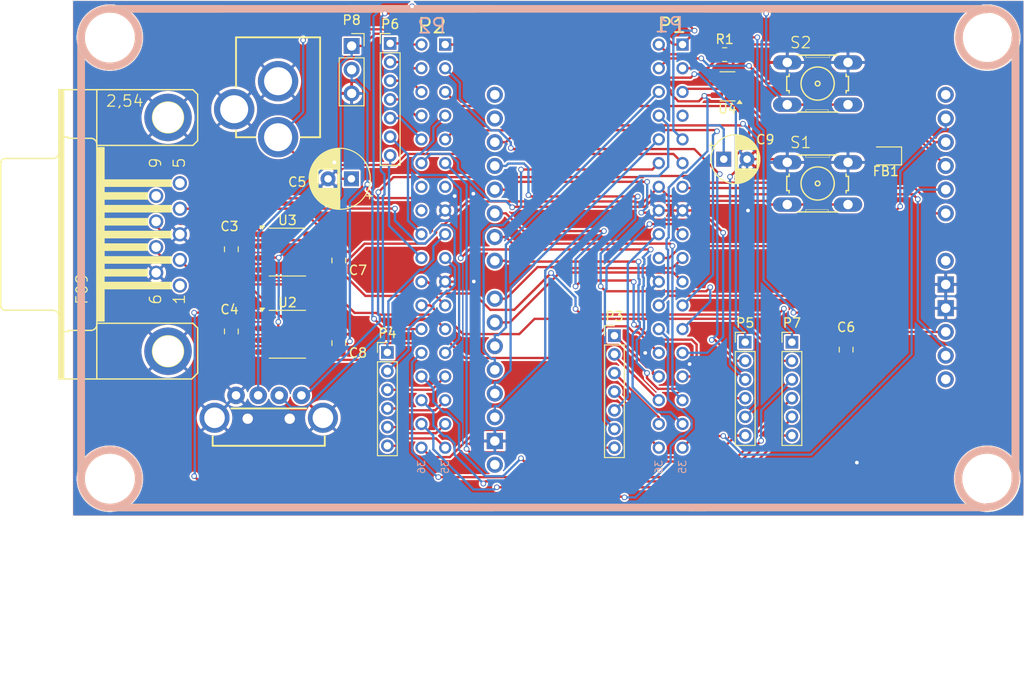
<source format=kicad_pcb>
(kicad_pcb (version 20241229) (generator "pcbnew") (generator_version "9.0")
  (title_block (date "2025-04-01"))
  (layers (0 "F.Cu" signal) (2 "B.Cu" signal) (13 "F.Paste" user) (15 "B.Paste" user) (5 "F.SilkS" user "F.Silkscreen") (7 "B.SilkS" user "B.Silkscreen") (1 "F.Mask" user) (3 "B.Mask" user) (25 "Edge.Cuts" user))
  (net 0 "")
  (net 1 "GND")
  (net 2 "Net-(P1-GND)")
  (net 3 "/USB1.D+")
  (net 4 "/USB1.D-")
  (net 5 "Net-(U1A-VIN_5V)")
  (net 6 "Net-(P3-Pin_7)")
  (net 7 "/AIN.VREF+")
  (net 8 "Net-(P3-Pin_6)")
  (net 9 "Net-(P3-Pin_2)")
  (net 10 "Net-(P3-Pin_4)")
  (net 11 "Net-(P3-Pin_3)")
  (net 12 "Net-(P4-Pin_5)")
  (net 13 "Net-(P4-Pin_4)")
  (net 14 "Net-(P4-Pin_2)")
  (net 15 "Net-(P4-Pin_3)")
  (net 16 "Net-(P4-Pin_1)")
  (net 17 "Net-(P6-Pin_3)")
  (net 18 "Net-(P6-Pin_1)")
  (net 19 "Net-(P6-Pin_4)")
  (net 20 "Net-(P6-Pin_2)")
  (net 21 "Net-(P7-Pin_6)")
  (net 22 "Net-(P7-Pin_1)")
  (net 23 "Net-(P7-Pin_2)")
  (net 24 "Net-(P7-Pin_4)")
  (net 25 "Net-(P7-Pin_3)")
  (net 26 "Net-(P7-Pin_5)")
  (net 27 "Net-(P14-5V)")
  (net 28 "Net-(P3-Pin_1)")
  (net 29 "Net-(P4-Pin_6)")
  (net 30 "Net-(P5-Pin_2)")
  (net 31 "Net-(P5-Pin_4)")
  (net 32 "Net-(P5-Pin_6)")
  (net 33 "Net-(P5-Pin_5)")
  (net 34 "Net-(P5-Pin_1)")
  (net 35 "Net-(P5-Pin_3)")
  (net 36 "Net-(P6-Pin_6)")
  (net 37 "Net-(P6-Pin_5)")
  (net 38 "+3V3")
  (net 39 "Net-(U2-CANH)")
  (net 40 "Net-(U2-CANL)")
  (net 44 "Net-(U3-CANL)")
  (net 45 "Net-(U3-CANH)")
  (net 48 "/LCD_RST")
  (net 49 "Net-(S1-P)")
  (net 50 "Net-(S2-P)")
  (net 51 "Net-(U1B-CAN1.TX)")
  (net 52 "Net-(U1B-CAN1.RX)")
  (net 53 "Net-(P14-D1)")
  (net 57 "Net-(U1A-CAN0.TX)")
  (net 58 "Net-(U1A-CAN0.RX)")
  (net 60 "Net-(U1A-USB1.VBUS)")
  (net 61 "Net-(U1A-USB1.DRVVBUS)")
  (net 63 "/LCD_CS")
  (net 65 "Net-(P14-D3)")
  (net 66 "/SPI2.CS")
  (net 67 "/SPI2.MISO")
  (net 70 "/SPI2.CLK")
  (net 71 "Net-(P14-D4)")
  (net 72 "Net-(P14-D5)")
  (net 73 "/LCD_RS")
  (net 75 "Net-(P14-D6)")
  (net 76 "Net-(P14-D7)")
  (net 78 "Net-(P14-D2)")
  (net 79 "/SPI2.MOSI")
  (net 80 "Net-(P14-D0)")
  (net 81 "/LCD_RD")
  (net 83 "/LCD_WR")
  (net 84 "Net-(P6-Pin_7)")
  (footprint "Capacitor_SMD:C_0805_2012Metric" (layer "F.Cu") (at 175.8 114.8 90)
    (property "Reference" "C6")
    (property "Value" "0.1uF")
  )
  (footprint "Connector_PinSocket_2.54mm:PinSocket_1x03_P2.54mm_Vertical" (layer "F.Cu") (at 122.875 82.275)
    (property "Reference" "P8")
    (property "Value" "Supply")
  )
  (footprint "Package_SO:SO-8_3.9x4.9mm_P1.27mm" (layer "F.Cu") (at 116 113.15)
    (property "Reference" "U2")
    (property "Value" "MCP2562-E-P")
  )
  (footprint "catu:F09HP" (layer "F.Cu") (at 103.2211 102.45 90)
    (property "Reference" "P9" (hide yes))
    (property "Value" "CAN" (hide yes))
  )
  (footprint "Connector_PinHeader_2.00mm:PinHeader_1x07_P2.00mm_Vertical" (layer "F.Cu") (at 151 113.3)
    (property "Reference" "P3")
    (property "Value" "GPIO1")
  )
  (footprint "catu:USB-A-H" (layer "F.Cu") (at 114 122.0987 90)
    (property "Reference" "P1" (hide yes))
    (property "Value" "USB-A-H" (hide yes))
  )
  (footprint "catu:B3F-10XX" (layer "F.Cu") (at 172.75 97)
    (property "Reference" "S1")
    (property "Value" "Power")
  )
  (footprint "Connector_PinHeader_2.00mm:PinHeader_1x06_P2.00mm_Vertical" (layer "F.Cu") (at 170 114)
    (property "Reference" "P7")
    (property "Value" "GPIO5")
  )
  (footprint "Capacitor_THT:CP_Radial_D6.3mm_P2.50mm" (layer "F.Cu") (at 122.85 96.5 180)
    (property "Reference" "C5")
    (property "Value" "47uF")
  )
  (footprint "Capacitor_SMD:C_0805_2012Metric" (layer "F.Cu") (at 110 112.85 90)
    (property "Reference" "C4")
    (property "Value" "0.1uF")
  )
  (footprint "catu:POWER_JACK_PTH" (layer "F.Cu") (at 115 78.3486 180)
    (property "Reference" "P2" (hide yes))
    (property "Value" "POWER_JACKPTH" (hide yes))
  )
  (footprint "Resistor_SMD:R_0805_2012Metric" (layer "F.Cu") (at 162.8 83.2)
    (property "Reference" "R1")
    (property "Value" "4.7k")
  )
  (footprint "Capacitor_SMD:C_0805_2012Metric" (layer "F.Cu") (at 121.5 105.25 90)
    (property "Reference" "C7")
    (property "Value" "0.1uF")
  )
  (footprint "Package_SO:SO-8_3.9x4.9mm_P1.27mm" (layer "F.Cu") (at 116 104.35)
    (property "Reference" "U3")
    (property "Value" "MCP2562-E-P")
  )
  (footprint "Capacitor_SMD:C_0805_2012Metric" (layer "F.Cu") (at 110 104.05 90)
    (property "Reference" "C3")
    (property "Value" "0.1uF")
  )
  (footprint "Connector_PinHeader_2.00mm:PinHeader_1x06_P2.00mm_Vertical" (layer "F.Cu") (at 126.7 115.1)
    (property "Reference" "P4")
    (property "Value" "GPIO2")
  )
  (footprint "Connector_PinHeader_2.00mm:PinHeader_1x06_P2.00mm_Vertical" (layer "F.Cu") (at 165 114)
    (property "Reference" "P5")
    (property "Value" "GPIO3")
  )
  (footprint "Capacitor_THT:CP_Radial_D5.0mm_P2.50mm" (layer "F.Cu") (at 162.7 94.4)
    (property "Reference" "C9")
    (property "Value" "10uF")
  )
  (footprint "Package_TO_SOT_SMD:SOT-23-5" (layer "F.Cu") (at 163.1 86.6 180)
    (property "Reference" "U4")
    (property "Value" "TPS2051CDBV")
  )
  (footprint "catu:B3F-10XX" (layer "F.Cu") (at 172.75 86.3)
    (property "Reference" "S2")
    (property "Value" "Reset")
  )
  (footprint "Connector_PinHeader_2.00mm:PinHeader_1x07_P2.00mm_Vertical" (layer "F.Cu") (at 127 82)
    (property "Reference" "P6")
    (property "Value" "GPIO4")
  )
  (footprint "Capacitor_SMD:C_0805_2012Metric" (layer "F.Cu") (at 121.5 114.1 90)
    (property "Reference" "C8")
    (property "Value" "0.1uF")
  )
  (footprint "catu:ArduinoConnector" (layer "F.Cu") (at 189 151 90)
    (property "Reference" "P14" (hide yes))
    (property "Value" "3.5 inch LCD" (hide yes))
  )
  (footprint "Diode_SMD:D_0805_2012Metric" (layer "F.Cu") (at 180.05 94.05 180)
    (property "Reference" "FB1")
    (property "Value" "FerriteBead")
  )
  (footprint "catu:PocketBeagle2" (layer "B.Cu") (at 144.32 103.71 -90)
    (property "Reference" "U1" (hide yes))
    (property "Value" "PocketBeagle2" (hide yes))
  )
  (gr_line (start 159.2511 132.0586) (end 158.9811 132.0586) (stroke (width 0.1)) (layer "F.SilkS"))
  (gr_line (start 190.9011 78.2986) (end 160.7511 78.2986) (stroke (width 0.8)) (layer "F.SilkS"))
  (gr_line (start 159.7411 131.9086) (end 160.7211 131.9086) (stroke (width 0.4)) (layer "F.SilkS"))
  (gr_arc (start 97.0011 78.2986) (mid 99.178989 83.556489) (end 93.9211 81.3786) (stroke (width 0.8)) (layer "F.SilkS"))
  (gr_line (start 160.1711 131.7386) (end 161.1511 131.7386) (stroke (width 0.4)) (layer "F.SilkS"))
  (gr_line (start 135.8111 131.7186) (end 136.7911 131.7186) (stroke (width 0.4)) (layer "F.SilkS"))
  (gr_arc (start 193.9211 81.3786) (mid 188.765638 83.514062) (end 190.9011 78.3586) (stroke (width 0.8)) (layer "F.SilkS"))
  (gr_line (start 135.7911 78.2686) (end 136.8511 78.2686) (stroke (width 0.4)) (layer "F.SilkS"))
  (gr_line (start 159.8211 132.0086) (end 159.1911 132.0086) (stroke (width 0.2)) (layer "F.SilkS"))
  (gr_line (start 136.1911 78.0986) (end 137.2511 78.0986) (stroke (width 0.4)) (layer "F.SilkS"))
  (gr_line (start 137.2611 77.9986) (end 137.8111 77.9986) (stroke (width 0.2)) (layer "F.SilkS"))
  (gr_arc (start 93.9211 128.6286) (mid 99.178989 126.450711) (end 97.0011 131.7086) (stroke (width 0.8)) (layer "F.SilkS"))
  (gr_line (start 109.0411 78.2986) (end 97.0011 78.2986) (stroke (width 0.8)) (layer "F.SilkS"))
  (gr_line (start 137.7811 132.0586) (end 138.0011 132.0586) (stroke (width 0.1)) (layer "F.SilkS"))
  (gr_line (start 190.9011 131.7086) (end 190.9011 131.7086) (stroke (width 0.8)) (layer "F.SilkS"))
  (gr_line (start 193.9211 128.6286) (end 193.9211 81.3786) (stroke (width 0.8)) (layer "F.SilkS"))
  (gr_line (start 137.7711 77.9486) (end 138.0211 77.9486) (stroke (width 0.1)) (layer "F.SilkS"))
  (gr_arc (start 93.9211 81.3786) (mid 94.823211 79.200711) (end 97.0011 78.2986) (stroke (width 0.8)) (layer "F.SilkS"))
  (gr_line (start 93.9211 81.3786) (end 93.9211 128.6286) (stroke (width 0.8)) (layer "F.SilkS"))
  (gr_line (start 136.2711 131.9086) (end 137.2511 131.9086) (stroke (width 0.4)) (layer "F.SilkS"))
  (gr_arc (start 190.9011 78.2986) (mid 193.078989 79.200711) (end 193.9811 81.3786) (stroke (width 0.8)) (layer "F.SilkS"))
  (gr_arc (start 190.9011 131.7086) (mid 188.723211 126.450711) (end 193.9811 128.6286) (stroke (width 0.8)) (layer "F.SilkS"))
  (gr_line (start 137.2011 132.0086) (end 137.8111 132.0086) (stroke (width 0.2)) (layer "F.SilkS"))
  (gr_line (start 136.2511 78.2986) (end 122.6511 78.2986) (stroke (width 0.8)) (layer "F.SilkS"))
  (gr_arc (start 193.9211 128.6286) (mid 193.036562 130.764062) (end 190.9011 131.6486) (stroke (width 0.8)) (layer "F.SilkS"))
  (gr_line (start 97.0011 131.7086) (end 136.2511 131.7086) (stroke (width 0.8)) (layer "F.SilkS"))
  (gr_arc (start 97.0011 131.7086) (mid 94.823211 130.806489) (end 93.9211 128.6286) (stroke (width 0.8)) (layer "F.SilkS"))
  (gr_line (start 193.9211 128.6286) (end 193.9211 81.3786) (stroke (width 0.8128)) (layer "B.SilkS"))
  (gr_line (start 97.0011 131.7086) (end 190.9011 131.7086) (stroke (width 0.8128)) (layer "B.SilkS"))
  (gr_arc (start 190.9011 78.2986) (mid 193.078989 79.200711) (end 193.9811 81.3786) (stroke (width 0.8128)) (layer "B.SilkS"))
  (gr_arc (start 93.9211 81.3786) (mid 94.823211 79.200711) (end 97.0011 78.2986) (stroke (width 0.8128)) (layer "B.SilkS"))
  (gr_arc (start 97.0011 78.2986) (mid 99.178989 83.556489) (end 93.9211 81.3786) (stroke (width 0.8128)) (layer "B.SilkS"))
  (gr_arc (start 193.9211 128.6286) (mid 193.036562 130.764062) (end 190.9011 131.6486) (stroke (width 0.8128)) (layer "B.SilkS"))
  (gr_line (start 190.9011 78.2986) (end 97.0011 78.2986) (stroke (width 0.8128)) (layer "B.SilkS"))
  (gr_arc (start 193.9211 81.3786) (mid 188.765638 83.514062) (end 190.9011 78.3586) (stroke (width 0.8128)) (layer "B.SilkS"))
  (gr_arc (start 190.9011 131.7086) (mid 188.723211 126.450711) (end 193.9811 128.6286) (stroke (width 0.8128)) (layer "B.SilkS"))
  (gr_line (start 93.9211 81.3786) (end 93.9211 128.6286) (stroke (width 0.8128)) (layer "B.SilkS"))
  (gr_arc (start 97.0011 131.7086) (mid 94.823211 130.806489) (end 93.9211 128.6286) (stroke (width 0.8128)) (layer "B.SilkS"))
  (gr_arc (start 93.9211 128.6286) (mid 99.178989 126.450711) (end 97.0011 131.7086) (stroke (width 0.8128)) (layer "B.SilkS"))
  (gr_line (start 93.0011 77.3786) (end 194.8411 77.3786) (stroke (width 0.0254)) (layer "Edge.Cuts"))
  (gr_line (start 194.8411 132.6286) (end 93.0011 132.6286) (stroke (width 0.0254)) (layer "Edge.Cuts"))
  (gr_circle (center 97.0011 128.6286) (end 100.5011 128.6286) (stroke (width 0.0254)) (fill no) (layer "Edge.Cuts"))
  (gr_line (start 194.8411 77.3786) (end 194.8411 132.6286) (stroke (width 0.0254)) (layer "Edge.Cuts"))
  (gr_circle (center 97.0011 81.3786) (end 100.5011 81.3786) (stroke (width 0.0254)) (fill no) (layer "Edge.Cuts"))
  (gr_line (start 93.0011 132.6286) (end 93.0011 77.3786) (stroke (width 0.0254)) (layer "Edge.Cuts"))
  (gr_circle (center 190.9011 128.6286) (end 194.4011 128.6286) (stroke (width 0.0254)) (fill no) (layer "Edge.Cuts"))
  (gr_circle (center 190.9011 81.3786) (end 194.4011 81.3786) (stroke (width 0.0254)) (fill no) (layer "Edge.Cuts"))
  (segment (start 135.65 98.35) (end 135.9 98.1) (width 0.25) (layer "F.Cu") (net 1))
  (segment (start 176.95 115) (end 175.8 113.85) (width 0.25) (layer "F.Cu") (net 1))
  (segment (start 176.95 126.9) (end 176.95 115) (width 0.25) (layer "F.Cu") (net 1))
  (segment (start 135.93 107.52) (end 132.89 107.52) (width 0.25) (layer "F.Cu") (net 1))
  (segment (start 154.3 115.15) (end 155.5 116.35) (width 0.25) (layer "F.Cu") (net 1))
  (segment (start 133.9 98.35) (end 135.65 98.35) (width 0.25) (layer "F.Cu") (net 1))
  (segment (start 165.2 94.4) (end 169.1594 94.4) (width 0.25) (layer "F.Cu") (net 1))
  (segment (start 158.29 99.9) (end 165.3 99.9) (width 0.25) (layer "F.Cu") (net 1))
  (segment (start 135.95 107.5) (end 135.93 107.52) (width 0.25) (layer "F.Cu") (net 1))
  (segment (start 169.1594 94.4) (end 169.4988 94.7394) (width 0.25) (layer "F.Cu") (net 1))
  (segment (start 155.5 116.35) (end 159.05 116.35) (width 0.25) (layer "F.Cu") (net 1))
  (segment (start 155.75 99.9) (end 158.29 99.9) (width 0.25) (layer "F.Cu") (net 1))
  (via (at 135.9 98.1) (size 0.6) (drill 0.4) (layers "F.Cu" "B.Cu") (net 1))
  (via (at 135.95 107.5) (size 0.6) (drill 0.4) (layers "F.Cu" "B.Cu") (net 1))
  (via (at 159.05 116.35) (size 0.6) (drill 0.4) (layers "F.Cu" "B.Cu") (net 1))
  (via (at 133.9 98.35) (size 0.6) (drill 0.4) (layers "F.Cu" "B.Cu") (net 1))
  (via (at 154.3 115.15) (size 0.6) (drill 0.4) (layers "F.Cu" "B.Cu") (net 1))
  (via (at 165.3 99.9) (size 0.6) (drill 0.4) (layers "F.Cu" "B.Cu") (net 1))
  (via (at 176.95 126.9) (size 0.6) (drill 0.4) (layers "F.Cu" "B.Cu") (net 1))
  (segment (start 154.77 108.5) (end 154.77 114.68) (width 0.25) (layer "B.Cu") (net 1))
  (segment (start 181.75 126.9) (end 188.65 120) (width 0.25) (layer "B.Cu") (net 1))
  (segment (start 165.2 99.8) (end 165.2 94.4) (width 0.25) (layer "B.Cu") (net 1))
  (segment (start 165.3 99.9) (end 165.2 99.8) (width 0.25) (layer "B.Cu") (net 1))
  (segment (start 135.9 98.1) (end 135.9 107.45) (width 0.25) (layer "B.Cu") (net 1))
  (segment (start 162.024 124.309298) (end 164.614702 126.9) (width 0.25) (layer "B.Cu") (net 1))
  (segment (start 132.89 99.9) (end 133.9 98.89) (width 0.25) (layer "B.Cu") (net 1))
  (segment (start 133.9 98.89) (end 133.9 98.35) (width 0.25) (layer "B.Cu") (net 1))
  (segment (start 188.65 120) (end 188.65 111.4) (width 0.25) (layer "B.Cu") (net 1))
  (segment (start 164.614702 126.9) (end 176.95 126.9) (width 0.25) (layer "B.Cu") (net 1))
  (segment (start 176.95 126.9) (end 181.75 126.9) (width 0.25) (layer "B.Cu") (net 1))
  (segment (start 159.05 116.35) (end 162.024 119.324) (width 0.25) (layer "B.Cu") (net 1))
  (segment (start 187.61 110.36) (end 186.46 110.36) (width 0.25) (layer "B.Cu") (net 1))
  (segment (start 188.65 111.4) (end 187.61 110.36) (width 0.25) (layer "B.Cu") (net 1))
  (segment (start 154.77 114.68) (end 154.3 115.15) (width 0.25) (layer "B.Cu") (net 1))
  (segment (start 155.75 107.52) (end 154.77 108.5) (width 0.25) (layer "B.Cu") (net 1))
  (segment (start 162.024 119.324) (end 162.024 124.309298) (width 0.25) (layer "B.Cu") (net 1))
  (segment (start 135.9 107.45) (end 135.95 107.5) (width 0.25) (layer "B.Cu") (net 1))
  (segment (start 178.1176 96.9199) (end 160.5371 96.9199) (width 0.25) (layer "F.Cu") (net 2))
  (segment (start 154.0454 96.3197) (end 127.3573 96.3197) (width 0.25) (layer "F.Cu") (net 2))
  (segment (start 154.1675 96.1976) (end 154.0454 96.3197) (width 0.25) (layer "F.Cu") (net 2))
  (segment (start 180.9875 94.05) (end 178.1176 96.9199) (width 0.25) (layer "F.Cu") (net 2))
  (segment (start 159.8148 96.1976) (end 154.1675 96.1976) (width 0.25) (layer "F.Cu") (net 2))
  (segment (start 127.3573 96.3197) (end 125.7363 97.9407) (width 0.25) (layer "F.Cu") (net 2))
  (segment (start 160.5371 96.9199) (end 159.8148 96.1976) (width 0.25) (layer "F.Cu") (net 2))
  (via (at 125.7363 97.9407) (size 0.6) (drill 0.4) (layers "F.Cu" "B.Cu") (net 2))
  (segment (start 125.7026 97.9744) (end 125.7363 97.9407) (width 0.25) (layer "B.Cu") (net 2))
  (segment (start 125.9013 111.7533) (end 125.9013 111.2341) (width 0.25) (layer "B.Cu") (net 2))
  (segment (start 117.5 119.6987) (end 117.9559 119.6987) (width 0.25) (layer "B.Cu") (net 2))
  (segment (start 125.7026 111.0354) (end 125.7026 97.9744) (width 0.25) (layer "B.Cu") (net 2))
  (segment (start 125.9013 111.2341) (end 125.7026 111.0354) (width 0.25) (layer "B.Cu") (net 2))
  (segment (start 117.9559 119.6987) (end 125.9013 111.7533) (width 0.25) (layer "B.Cu") (net 2))
  (segment (start 121.0218 94.7402) (end 121.3015 95.0199) (width 0.25) (layer "F.Cu") (net 3))
  (segment (start 127.5301 95.0199) (end 128.7107 93.8393) (width 0.25) (layer "F.Cu") (net 3))
  (segment (start 157.3093 93.8393) (end 158.29 94.82) (width 0.25) (layer "F.Cu") (net 3))
  (segment (start 121.3015 95.0199) (end 127.5301 95.0199) (width 0.25) (layer "F.Cu") (net 3))
  (segment (start 128.7107 93.8393) (end 157.3093 93.8393) (width 0.25) (layer "F.Cu") (net 3))
  (via (at 121.0218 94.7402) (size 0.6) (drill 0.4) (layers "F.Cu" "B.Cu") (net 3))
  (segment (start 120.4775 94.7402) (end 121.0218 94.7402) (width 0.25) (layer "B.Cu") (net 3))
  (segment (start 112.873 119.6987) (end 112.873 102.3447) (width 0.25) (layer "B.Cu") (net 3))
  (segment (start 112.873 102.3447) (end 120.4775 94.7402) (width 0.25) (layer "B.Cu") (net 3))
  (segment (start 157.7364 78.7923) (end 126.4294 78.7923) (width 0.25) (layer "F.Cu") (net 4))
  (segment (start 159.5767 80.6326) (end 157.7364 78.7923) (width 0.25) (layer "F.Cu") (net 4))
  (via (at 159.5767 80.6326) (size 0.6) (drill 0.4) (layers "F.Cu" "B.Cu") (net 4))
  (via (at 126.4294 78.7923) (size 0.6) (drill 0.4) (layers "F.Cu" "B.Cu") (net 4))
  (segment (start 126.3905 96.0318) (end 125.9983 95.6396) (width 0.25) (layer "B.Cu") (net 4))
  (segment (start 126.353 111.047) (end 126.2186 110.9126) (width 0.25) (layer "B.Cu") (net 4))
  (segment (start 158.29 92.28) (end 157.3093 91.2993) (width 0.25) (layer "B.Cu") (net 4))
  (segment (start 126.2186 110.9126) (end 126.2186 98.3447) (width 0.25) (layer "B.Cu") (net 4))
  (segment (start 157.3093 91.2993) (end 157.3093 81.2866) (width 0.25) (layer "B.Cu") (net 4))
  (segment (start 125.9983 95.6396) (end 125.9983 79.2234) (width 0.25) (layer "B.Cu") (net 4))
  (segment (start 126.3905 98.1728) (end 126.3905 96.0318) (width 0.25) (layer "B.Cu") (net 4))
  (segment (start 125.9983 79.2234) (end 126.4294 78.7923) (width 0.25) (layer "B.Cu") (net 4))
  (segment (start 116.3964 120.9681) (end 118.0258 120.9681) (width 0.25) (layer "B.Cu") (net 4))
  (segment (start 126.353 112.6409) (end 126.353 111.047) (width 0.25) (layer "B.Cu") (net 4))
  (segment (start 118.0258 120.9681) (end 126.353 112.6409) (width 0.25) (layer "B.Cu") (net 4))
  (segment (start 115.127 119.6987) (end 116.3964 120.9681) (width 0.25) (layer "B.Cu") (net 4))
  (segment (start 157.9633 80.6326) (end 159.5767 80.6326) (width 0.25) (layer "B.Cu") (net 4))
  (segment (start 157.3093 81.2866) (end 157.9633 80.6326) (width 0.25) (layer "B.Cu") (net 4))
  (segment (start 126.2186 98.3447) (end 126.3905 98.1728) (width 0.25) (layer "B.Cu") (net 4))
  (segment (start 166.3 81.35) (end 159.06 81.35) (width 0.25) (layer "F.Cu") (net 5))
  (segment (start 122.2867 96.5) (end 122.85 96.5) (width 0.25) (layer "F.Cu") (net 5))
  (segment (start 158.29 82.12) (end 157.3093 82.12) (width 0.25) (layer "F.Cu") (net 5))
  (segment (start 118.3183 95.3669) (end 120.8719 95.3669) (width 0.25) (layer "F.Cu") (net 5))
  (segment (start 159.06 81.35) (end 158.29 82.12) (width 0.25) (layer "F.Cu") (net 5))
  (segment (start 122.2867 96.5) (end 121.7233 96.5) (width 0.25) (layer "F.Cu") (net 5))
  (segment (start 115 92.0486) (end 118.3183 95.3669) (width 0.25) (layer "F.Cu") (net 5))
  (segment (start 121.7233 96.2183) (end 121.7233 96.5) (width 0.25) (layer "F.Cu") (net 5))
  (segment (start 120.8719 95.3669) (end 121.7233 96.2183) (width 0.25) (layer "F.Cu") (net 5))
  (segment (start 170.8902 110.8402) (end 170.1619 110.8402) (width 0.25) (layer "F.Cu") (net 5))
  (segment (start 155.6768 80.4875) (end 157.3093 82.12) (width 0.25) (layer "F.Cu") (net 5))
  (segment (start 175.8 115.75) (end 170.8902 110.8402) (width 0.25) (layer "F.Cu") (net 5))
  (segment (start 117.6829 81.6552) (end 118.8506 80.4875) (width 0.25) (layer "F.Cu") (net 5))
  (segment (start 118.8506 80.4875) (end 155.6768 80.4875) (width 0.25) (layer "F.Cu") (net 5))
  (via (at 170.1619 110.8402) (size 0.6) (drill 0.4) (layers "F.Cu" "B.Cu") (net 5))
  (via (at 117.6829 81.6552) (size 0.6) (drill 0.4) (layers "F.Cu" "B.Cu") (net 5))
  (via (at 166.3 81.35) (size 0.6) (drill 0.4) (layers "F.Cu" "B.Cu") (net 5))
  (segment (start 170.1619 110.5438) (end 166.9574 107.3393) (width 0.25) (layer "B.Cu") (net 5))
  (segment (start 166.3 90.6731) (end 166.3 81.35) (width 0.25) (layer "B.Cu") (net 5))
  (segment (start 166.9574 91.3305) (end 166.3 90.6731) (width 0.25) (layer "B.Cu") (net 5))
  (segment (start 166.9574 107.3393) (end 166.9574 91.3305) (width 0.25) (layer "B.Cu") (net 5))
  (segment (start 117.6829 81.6552) (end 117.6829 89.3657) (width 0.25) (layer "B.Cu") (net 5))
  (segment (start 117.6829 89.3657) (end 115 92.0486) (width 0.25) (layer "B.Cu") (net 5))
  (segment (start 170.1619 110.8402) (end 170.1619 110.5438) (width 0.25) (layer "B.Cu") (net 5))
  (segment (start 131.3656 126.3156) (end 133.3863 126.3156) (width 0.25) (layer "F.Cu") (net 6))
  (segment (start 133.3863 126.3156) (end 136.311 123.3909) (width 0.25) (layer "F.Cu") (net 6))
  (segment (start 130.35 125.3) (end 131.3656 126.3156) (width 0.25) (layer "F.Cu") (net 6))
  (segment (start 136.311 123.3909) (end 148.0892 123.3909) (width 0.25) (layer "F.Cu") (net 6))
  (segment (start 151 125.3) (end 149.9983 125.3) (width 0.25) (layer "F.Cu") (net 6))
  (segment (start 148.0892 123.3909) (end 149.9983 125.3) (width 0.25) (layer "F.Cu") (net 6))
  (segment (start 155.6168 102.44) (end 152.4317 105.6251) (width 0.25) (layer "B.Cu") (net 7))
  (segment (start 155.75 102.44) (end 155.6168 102.44) (width 0.25) (layer "B.Cu") (net 7))
  (segment (start 152.4317 105.6251) (end 152.4317 119.8683) (width 0.25) (layer "B.Cu") (net 7))
  (segment (start 152.4317 119.8683) (end 151 121.3) (width 0.25) (layer "B.Cu") (net 7))
  (segment (start 157.1994 101.3494) (end 158.29 102.44) (width 0.25) (layer "F.Cu") (net 8))
  (segment (start 154.755 101.3494) (end 157.1994 101.3494) (width 0.25) (layer "F.Cu") (net 8))
  (via (at 154.755 101.3494) (size 0.6) (drill 0.4) (layers "F.Cu" "B.Cu") (net 8))
  (segment (start 150.1552 105.9492) (end 154.755 101.3494) (width 0.25) (layer "B.Cu") (net 8))
  (segment (start 151 123.3) (end 149.9811 122.2811) (width 0.25) (layer "B.Cu") (net 8))
  (segment (start 149.9811 122.2811) (end 149.9811 108.457) (width 0.25) (layer "B.Cu") (net 8))
  (segment (start 150.1552 108.2829) (end 150.1552 105.9492) (width 0.25) (layer "B.Cu") (net 8))
  (segment (start 149.9811 108.457) (end 150.1552 108.2829) (width 0.25) (layer "B.Cu") (net 8))
  (segment (start 151 115.47) (end 151 115.3) (width 0.25) (layer "F.Cu") (net 9))
  (segment (start 155.75 120.22) (end 151 115.47) (width 0.25) (layer "F.Cu") (net 9))
  (segment (start 152.6139 120.9139) (end 151 119.3) (width 0.25) (layer "F.Cu") (net 10))
  (segment (start 152.6139 122.1639) (end 152.6139 120.9139) (width 0.25) (layer "F.Cu") (net 10))
  (segment (start 155.75 125.3) (end 152.6139 122.1639) (width 0.25) (layer "F.Cu") (net 10))
  (segment (start 155.75 122.05) (end 151 117.3) (width 0.25) (layer "F.Cu") (net 11))
  (segment (start 155.75 122.76) (end 155.75 122.05) (width 0.25) (layer "F.Cu") (net 11))
  (segment (start 131.9016 123.7484) (end 128.3501 123.7484) (width 0.25) (layer "F.Cu") (net 12))
  (segment (start 132.89 122.76) (end 131.9016 123.7484) (width 0.25) (layer "F.Cu") (net 12))
  (segment (start 128.3501 123.7484) (end 127.7017 123.1) (width 0.25) (layer "F.Cu") (net 12))
  (segment (start 126.7 123.1) (end 127.7017 123.1) (width 0.25) (layer "F.Cu") (net 12))
  (segment (start 132.89 120.22) (end 131.815 121.295) (width 0.25) (layer "F.Cu") (net 13))
  (segment (start 126.7 121.1) (end 127.7017 121.1) (width 0.25) (layer "F.Cu") (net 13))
  (segment (start 127.8967 121.295) (end 127.7017 121.1) (width 0.25) (layer "F.Cu") (net 13))
  (segment (start 131.815 121.295) (end 127.8967 121.295) (width 0.25) (layer "F.Cu") (net 13))
  (segment (start 133.9237 106.0137) (end 133.9237 107.8756) (width 0.25) (layer "B.Cu") (net 14))
  (segment (start 133.2986 108.5007) (end 133.0552 108.5007) (width 0.25) (layer "B.Cu") (net 14))
  (segment (start 128.9623 112.595) (end 128.9623 114.8377) (width 0.25) (layer "B.Cu") (net 14))
  (segment (start 133.0552 108.5007) (end 131.6201 109.9358) (width 0.25) (layer "B.Cu") (net 14))
  (segment (start 133.9237 107.8756) (end 133.2986 108.5007) (width 0.25) (layer "B.Cu") (net 14))
  (segment (start 131.6201 109.9358) (end 131.6201 110.2116) (width 0.25) (layer "B.Cu") (net 14))
  (segment (start 132.89 104.98) (end 133.9237 106.0137) (width 0.25) (layer "B.Cu") (net 14))
  (segment (start 131.6201 110.2116) (end 130.5017 111.33) (width 0.25) (layer "B.Cu") (net 14))
  (segment (start 130.5017 111.33) (end 130.2273 111.33) (width 0.25) (layer "B.Cu") (net 14))
  (segment (start 128.9623 114.8377) (end 126.7 117.1) (width 0.25) (layer "B.Cu") (net 14))
  (segment (start 130.2273 111.33) (end 128.9623 112.595) (width 0.25) (layer "B.Cu") (net 14))
  (segment (start 131.47 119.1) (end 126.7 119.1) (width 0.25) (layer "F.Cu") (net 15))
  (segment (start 132.89 117.68) (end 131.47 119.1) (width 0.25) (layer "F.Cu") (net 15))
  (segment (start 130.1678 106.25) (end 130.53 106.25) (width 0.25) (layer "B.Cu") (net 16))
  (segment (start 131.62 103.71) (end 132.89 102.44) (width 0.25) (layer "B.Cu") (net 16))
  (segment (start 126.8047 109.6131) (end 130.1678 106.25) (width 0.25) (layer "B.Cu") (net 16))
  (segment (start 126.7 115.1) (end 126.7 114.0983) (width 0.25) (layer "B.Cu") (net 16))
  (segment (start 126.7 114.0983) (end 126.8047 113.9936) (width 0.25) (layer "B.Cu") (net 16))
  (segment (start 130.53 106.25) (end 131.62 105.16) (width 0.25) (layer "B.Cu") (net 16))
  (segment (start 126.8047 113.9936) (end 126.8047 109.6131) (width 0.25) (layer "B.Cu") (net 16))
  (segment (start 131.62 105.16) (end 131.62 103.71) (width 0.25) (layer "B.Cu") (net 16))
  (segment (start 130.35 87.2) (end 129.15 86) (width 0.25) (layer "F.Cu") (net 17))
  (segment (start 129.15 86) (end 127 86) (width 0.25) (layer "F.Cu") (net 17))
  (segment (start 128.1217 82.12) (end 128.0017 82) (width 0.25) (layer "F.Cu") (net 18))
  (segment (start 127 82) (end 128.0017 82) (width 0.25) (layer "F.Cu") (net 18))
  (segment (start 130.35 82.12) (end 128.1217 82.12) (width 0.25) (layer "F.Cu") (net 18))
  (segment (start 130.35 89.74) (end 129.7417 89.74) (width 0.25) (layer "F.Cu") (net 19))
  (segment (start 129.7417 89.74) (end 128.0017 88) (width 0.25) (layer "F.Cu") (net 19))
  (segment (start 127 88) (end 128.0017 88) (width 0.25) (layer "F.Cu") (net 19))
  (segment (start 127 84) (end 128.0017 84) (width 0.25) (layer "F.Cu") (net 20))
  (segment (start 130.35 84.66) (end 128.6617 84.66) (width 0.25) (layer "F.Cu") (net 20))
  (segment (start 128.6617 84.66) (end 128.0017 84) (width 0.25) (layer "F.Cu") (net 20))
  (segment (start 170 124) (end 168.9983 124) (width 0.25) (layer "F.Cu") (net 21))
  (segment (start 168.9983 124) (end 163.4557 129.5426) (width 0.25) (layer "F.Cu") (net 21))
  (segment (start 163.4557 129.5426) (end 138.4126 129.5426) (width 0.25) (layer "F.Cu") (net 21))
  (via (at 138.4126 129.5426) (size 0.6) (drill 0.4) (layers "F.Cu" "B.Cu") (net 21))
  (segment (start 138.1834 129.7718) (end 138.4126 129.5426) (width 0.25) (layer "B.Cu") (net 21))
  (segment (start 131.62 124.03) (end 131.62 125.4779) (width 0.25) (layer "B.Cu") (net 21))
  (segment (start 130.35 122.76) (end 131.62 124.03) (width 0.25) (layer "B.Cu") (net 21))
  (segment (start 135.9139 129.7718) (end 138.1834 129.7718) (width 0.25) (layer "B.Cu") (net 21))
  (segment (start 131.62 125.4779) (end 135.9139 129.7718) (width 0.25) (layer "B.Cu") (net 21))
  (segment (start 140.275 110.5343) (end 144.2219 106.5874) (width 0.25) (layer "F.Cu") (net 22))
  (segment (start 168.5041 111.0407) (end 169.1383 110.4065) (width 0.25) (layer "F.Cu") (net 22))
  (segment (start 135.9626 108.79) (end 137.7069 110.5343) (width 0.25) (layer "F.Cu") (net 22))
  (segment (start 146.8379 110.4339) (end 147.4447 111.0407) (width 0.25) (layer "F.Cu") (net 22))
  (segment (start 147.4447 111.0407) (end 168.5041 111.0407) (width 0.25) (layer "F.Cu") (net 22))
  (segment (start 130.9867 107.52) (end 132.2567 108.79) (width 0.25) (layer "F.Cu") (net 22))
  (segment (start 137.7069 110.5343) (end 140.275 110.5343) (width 0.25) (layer "F.Cu") (net 22))
  (segment (start 132.2567 108.79) (end 135.9626 108.79) (width 0.25) (layer "F.Cu") (net 22))
  (segment (start 130.35 107.52) (end 130.9867 107.52) (width 0.25) (layer "F.Cu") (net 22))
  (via (at 169.1383 110.4065) (size 0.6) (drill 0.4) (layers "F.Cu" "B.Cu") (net 22))
  (via (at 144.2219 106.5874) (size 0.6) (drill 0.4) (layers "F.Cu" "B.Cu") (net 22))
  (via (at 146.8379 110.4339) (size 0.6) (drill 0.4) (layers "F.Cu" "B.Cu") (net 22))
  (segment (start 169.1383 110.4065) (end 169.1383 112.1366) (width 0.25) (layer "B.Cu") (net 22))
  (segment (start 169.1383 112.1366) (end 170 112.9983) (width 0.25) (layer "B.Cu") (net 22))
  (segment (start 170 114) (end 170 112.9983) (width 0.25) (layer "B.Cu") (net 22))
  (segment (start 146.8379 109.2034) (end 146.8379 110.4339) (width 0.25) (layer "B.Cu") (net 22))
  (segment (start 144.2219 106.5874) (end 146.8379 109.2034) (width 0.25) (layer "B.Cu") (net 22))
  (segment (start 134.8159 113.1389) (end 133.1663 111.4893) (width 0.25) (layer "F.Cu") (net 23))
  (segment (start 132.7315 111.4893) (end 131.3022 110.06) (width 0.25) (layer "F.Cu") (net 23))
  (segment (start 140.8127 113.1389) (end 134.8159 113.1389) (width 0.25) (layer "F.Cu") (net 23))
  (segment (start 133.1663 111.4893) (end 132.7315 111.4893) (width 0.25) (layer "F.Cu") (net 23))
  (segment (start 142.4516 111.5) (end 140.8127 113.1389) (width 0.25) (layer "F.Cu") (net 23))
  (segment (start 170 116) (end 168.9983 116) (width 0.25) (layer "F.Cu") (net 23))
  (segment (start 164.4983 111.5) (end 142.4516 111.5) (width 0.25) (layer "F.Cu") (net 23))
  (segment (start 168.9983 116) (end 164.4983 111.5) (width 0.25) (layer "F.Cu") (net 23))
  (segment (start 131.3022 110.06) (end 130.35 110.06) (width 0.25) (layer "F.Cu") (net 23))
  (segment (start 170 120) (end 166.0748 123.9252) (width 0.25) (layer "F.Cu") (net 24))
  (segment (start 166.0748 123.9252) (end 166.0748 124.3803) (width 0.25) (layer "F.Cu") (net 24))
  (segment (start 166.0748 124.3803) (end 163.674 126.7811) (width 0.25) (layer "F.Cu") (net 24))
  (segment (start 141.3525 126.7811) (end 141.0069 126.4355) (width 0.25) (layer "F.Cu") (net 24))
  (segment (start 163.674 126.7811) (end 141.3525 126.7811) (width 0.25) (layer "F.Cu") (net 24))
  (via (at 141.0069 126.4355) (size 0.6) (drill 0.4) (layers "F.Cu" "B.Cu") (net 24))
  (segment (start 133.0722 121.49) (end 132.71 121.49) (width 0.25) (layer "B.Cu") (net 24))
  (segment (start 139.0847 128.3577) (end 137.1948 128.3577) (width 0.25) (layer "B.Cu") (net 24))
  (segment (start 134.3692 125.5321) (end 134.3692 122.787) (width 0.25) (layer "B.Cu") (net 24))
  (segment (start 131.62 120.4) (end 131.62 118.95) (width 0.25) (layer "B.Cu") (net 24))
  (segment (start 134.3692 122.787) (end 133.0722 121.49) (width 0.25) (layer "B.Cu") (net 24))
  (segment (start 137.1948 128.3577) (end 134.3692 125.5321) (width 0.25) (layer "B.Cu") (net 24))
  (segment (start 132.71 121.49) (end 131.62 120.4) (width 0.25) (layer "B.Cu") (net 24))
  (segment (start 141.0069 126.4355) (end 139.0847 128.3577) (width 0.25) (layer "B.Cu") (net 24))
  (segment (start 131.62 118.95) (end 130.35 117.68) (width 0.25) (layer "B.Cu") (net 24))
  (segment (start 162.8009 128.4588) (end 166.7015 124.5582) (width 0.25) (layer "F.Cu") (net 25))
  (segment (start 132.1528 128.4588) (end 162.8009 128.4588) (width 0.25) (layer "F.Cu") (net 25))
  (via (at 132.1528 128.4588) (size 0.6) (drill 0.4) (layers "F.Cu" "B.Cu") (net 25))
  (via (at 166.7015 124.5582) (size 0.6) (drill 0.4) (layers "F.Cu" "B.Cu") (net 25))
  (segment (start 129.3353 116.1547) (end 129.3353 125.7371) (width 0.25) (layer "B.Cu") (net 25))
  (segment (start 130.35 115.14) (end 129.3353 116.1547) (width 0.25) (layer "B.Cu") (net 25))
  (segment (start 166.7015 121.2985) (end 170 118) (width 0.25) (layer "B.Cu") (net 25))
  (segment (start 129.3353 125.7371) (end 132.057 128.4588) (width 0.25) (layer "B.Cu") (net 25))
  (segment (start 132.057 128.4588) (end 132.1528 128.4588) (width 0.25) (layer "B.Cu") (net 25))
  (segment (start 166.7015 124.5582) (end 166.7015 121.2985) (width 0.25) (layer "B.Cu") (net 25))
  (segment (start 170 122.146) (end 170 122) (width 0.25) (layer "F.Cu") (net 26))
  (segment (start 137.2059 128.9158) (end 163.2302 128.9158) (width 0.25) (layer "F.Cu") (net 26))
  (segment (start 136.9767 129.145) (end 137.2059 128.9158) (width 0.25) (layer "F.Cu") (net 26))
  (segment (start 163.2302 128.9158) (end 170 122.146) (width 0.25) (layer "F.Cu") (net 26))
  (via (at 136.9767 129.145) (size 0.6) (drill 0.4) (layers "F.Cu" "B.Cu") (net 26))
  (segment (start 133.8941 126.0624) (end 136.9767 129.145) (width 0.25) (layer "B.Cu") (net 26))
  (segment (start 132.7349 124.0549) (end 133.0972 124.0549) (width 0.25) (layer "B.Cu") (net 26))
  (segment (start 130.35 120.22) (end 131.62 121.49) (width 0.25) (layer "B.Cu") (net 26))
  (segment (start 133.0972 124.0549) (end 133.8941 124.8518) (width 0.25) (layer "B.Cu") (net 26))
  (segment (start 133.8941 124.8518) (end 133.8941 126.0624) (width 0.25) (layer "B.Cu") (net 26))
  (segment (start 131.62 122.94) (end 132.7349 124.0549) (width 0.25) (layer "B.Cu") (net 26))
  (segment (start 131.62 121.49) (end 131.62 122.94) (width 0.25) (layer "B.Cu") (net 26))
  (segment (start 157.02 87.3822) (end 157.838 88.2002) (width 0.25) (layer "F.Cu") (net 27))
  (segment (start 131.3307 81.7097) (end 131.3307 82.3417) (width 0.25) (layer "F.Cu") (net 27))
  (segment (start 113.425 113.785) (end 113.7564 113.785) (width 0.25) (layer "F.Cu") (net 27))
  (segment (start 175.0281 109.0281) (end 178.9 112.9) (width 0.25) (layer "F.Cu") (net 27))
  (segment (start 132.5399 83.5509) (end 133.8692 83.5509) (width 0.25) (layer "F.Cu") (net 27))
  (segment (start 155.75 110.06) (end 156.7819 109.0281) (width 0.25) (layer "F.Cu") (net 27))
  (segment (start 124.0517 82.275) (end 125.3577 80.969) (width 0.25) (layer "F.Cu") (net 27))
  (segment (start 110.015 104.985) (end 110 105) (width 0.25) (layer "F.Cu") (net 27))
  (segment (start 178.9 112.9) (end 186.46 112.9) (width 0.25) (layer "F.Cu") (net 27))
  (segment (start 156.1481 86.1481) (end 157.02 87.02) (width 0.25) (layer "F.Cu") (net 27))
  (segment (start 113.425 104.985) (end 110.015 104.985) (width 0.25) (layer "F.Cu") (net 27))
  (segment (start 157.02 87.02) (end 157.02 87.3822) (width 0.25) (layer "F.Cu") (net 27))
  (segment (start 156.7819 109.0281) (end 175.0281 109.0281) (width 0.25) (layer "F.Cu") (net 27))
  (segment (start 113.41 113.8) (end 113.425 113.785) (width 0.25) (layer "F.Cu") (net 27))
  (segment (start 113.7564 113.785) (end 115.0277 112.5137) (width 0.25) (layer "F.Cu") (net 27))
  (segment (start 133.8692 83.5509) (end 136.4664 86.1481) (width 0.25) (layer "F.Cu") (net 27))
  (segment (start 125.3577 80.969) (end 130.59 80.969) (width 0.25) (layer "F.Cu") (net 27))
  (segment (start 157.838 88.2002) (end 160.0395 88.2002) (width 0.25) (layer "F.Cu") (net 27))
  (segment (start 122.875 82.275) (end 124.0517 82.275) (width 0.25) (layer "F.Cu") (net 27))
  (segment (start 161.9625 87.55) (end 160.6897 87.55) (width 0.25) (layer "F.Cu") (net 27))
  (segment (start 115.0277 112.5137) (end 115.0277 111.8244) (width 0.25) (layer "F.Cu") (net 27))
  (segment (start 113.4687 104.9413) (end 113.425 104.985) (width 0.25) (layer "F.Cu") (net 27))
  (segment (start 136.4664 86.1481) (end 156.1481 86.1481) (width 0.25) (layer "F.Cu") (net 27))
  (segment (start 130.59 80.969) (end 131.3307 81.7097) (width 0.25) (layer "F.Cu") (net 27))
  (segment (start 110 113.8) (end 113.41 113.8) (width 0.25) (layer "F.Cu") (net 27))
  (segment (start 160.0395 88.2002) (end 160.6285 87.6112) (width 0.25) (layer "F.Cu") (net 27))
  (segment (start 115.0707 104.9413) (end 113.4687 104.9413) (width 0.25) (layer "F.Cu") (net 27))
  (segment (start 131.3307 82.3417) (end 132.5399 83.5509) (width 0.25) (layer "F.Cu") (net 27))
  (segment (start 160.6897 87.55) (end 160.6285 87.6112) (width 0.25) (layer "F.Cu") (net 27))
  (via (at 115.0277 111.8244) (size 0.6) (drill 0.4) (layers "F.Cu" "B.Cu") (net 27))
  (via (at 115.0707 104.9413) (size 0.6) (drill 0.4) (layers "F.Cu" "B.Cu") (net 27))
  (via (at 160.6285 87.6112) (size 0.6) (drill 0.4) (layers "F.Cu" "B.Cu") (net 27))
  (segment (start 155.75 110.06) (end 156.7445 109.0655) (width 0.25) (layer "B.Cu") (net 27))
  (segment (start 156.5805 103.9608) (end 156.5805 103.013) (width 0.25) (layer "B.Cu") (net 27))
  (segment (start 122.5072 83.4517) (end 121.6983 84.2606) (width 0.25) (layer "B.Cu") (net 27))
  (segment (start 158.6725 95.832) (end 160.96 93.5445) (width 0.25) (layer "B.Cu") (net 27))
  (segment (start 122.875 83.4517) (end 122.5072 83.4517) (width 0.25) (layer "B.Cu") (net 27))
  (segment (start 160.96 90.7738) (end 162.2814 90.7738) (width 0.25) (layer "B.Cu") (net 27))
  (segment (start 156.7445 109.0655) (end 156.7445 104.1248) (width 0.25) (layer "B.Cu") (net 27))
  (segment (start 121.6983 84.2606) (end 121.6983 98.3137) (width 0.25) (layer "B.Cu") (net 27))
  (segment (start 156.7445 104.1248) (end 156.5805 103.9608) (width 0.25) (layer "B.Cu") (net 27))
  (segment (start 160.96 87.9427) (end 160.96 90.7738) (width 0.25) (layer "B.Cu") (net 27))
  (segment (start 160.6285 87.6112) (end 160.96 87.9427) (width 0.25) (layer "B.Cu") (net 27))
  (segment (start 121.6983 98.3137) (end 115.0707 104.9413) (width 0.25) (layer "B.Cu") (net 27))
  (segment (start 158.4172 95.832) (end 158.6725 95.832) (width 0.25) (layer "B.Cu") (net 27))
  (segment (start 160.96 93.5445) (end 160.96 90.7738) (width 0.25) (layer "B.Cu") (net 27))
  (segment (start 162.2814 90.7738) (end 162.7 91.1924) (width 0.25) (layer "B.Cu") (net 27))
  (segment (start 122.875 82.275) (end 122.875 83.4517) (width 0.25) (layer "B.Cu") (net 27))
  (segment (start 156.8099 97.4393) (end 158.4172 95.832) (width 0.25) (layer "B.Cu") (net 27))
  (segment (start 156.5805 103.013) (end 156.8099 102.7836) (width 0.25) (layer "B.Cu") (net 27))
  (segment (start 162.7 91.1924) (end 162.7 94.4) (width 0.25) (layer "B.Cu") (net 27))
  (segment (start 115.0277 111.8244) (end 115.0707 111.7814) (width 0.25) (layer "B.Cu") (net 27))
  (segment (start 115.0707 111.7814) (end 115.0707 104.9413) (width 0.25) (layer "B.Cu") (net 27))
  (segment (start 156.8099 102.7836) (end 156.8099 97.4393) (width 0.25) (layer "B.Cu") (net 27))
  (segment (start 155.75 117.68) (end 155.43 117.68) (width 0.25) (layer "F.Cu") (net 28))
  (segment (start 155.43 117.68) (end 155.1161 117.3661) (width 0.25) (layer "F.Cu") (net 28))
  (segment (start 154.749398 116.6801) (end 154.4301 116.6801) (width 0.25) (layer "F.Cu") (net 28))
  (segment (start 151.05 113.3) (end 151 113.3) (width 0.25) (layer "F.Cu") (net 28))
  (segment (start 155.1161 117.046802) (end 154.749398 116.6801) (width 0.25) (layer "F.Cu") (net 28))
  (segment (start 155.1161 117.3661) (end 155.1161 117.046802) (width 0.25) (layer "F.Cu") (net 28))
  (segment (start 154.4301 116.6801) (end 151.05 113.3) (width 0.25) (layer "F.Cu") (net 28))
  (segment (start 127.7017 125.1) (end 128.4906 124.3111) (width 0.25) (layer "F.Cu") (net 29))
  (segment (start 131.9011 124.3111) (end 132.89 125.3) (width 0.25) (layer "F.Cu") (net 29))
  (segment (start 128.4906 124.3111) (end 131.9011 124.3111) (width 0.25) (layer "F.Cu") (net 29))
  (segment (start 126.7 125.1) (end 127.7017 125.1) (width 0.25) (layer "F.Cu") (net 29))
  (segment (start 159.5476 93.317) (end 140.0321 93.317) (width 0.25) (layer "F.Cu") (net 30))
  (segment (start 140.0321 93.317) (end 139.9131 93.198) (width 0.25) (layer "F.Cu") (net 30))
  (segment (start 162.2739 95.9974) (end 162.228 95.9974) (width 0.25) (layer "F.Cu") (net 30))
  (segment (start 163.9983 116) (end 161.757 113.7587) (width 0.25) (layer "F.Cu") (net 30))
  (segment (start 161.757 113.7587) (end 161.4154 113.7587) (width 0.25) (layer "F.Cu") (net 30))
  (segment (start 165 116) (end 163.9983 116) (width 0.25) (layer "F.Cu") (net 30))
  (segment (start 162.228 95.9974) (end 159.5476 93.317) (width 0.25) (layer "F.Cu") (net 30))
  (via (at 162.2739 95.9974) (size 0.6) (drill 0.4) (layers "F.Cu" "B.Cu") (net 30))
  (via (at 139.9131 93.198) (size 0.6) (drill 0.4) (layers "F.Cu" "B.Cu") (net 30))
  (via (at 161.4154 113.7587) (size 0.6) (drill 0.4) (layers "F.Cu" "B.Cu") (net 30))
  (segment (start 162.0093 96.262) (end 162.0093 113.1648) (width 0.25) (layer "B.Cu") (net 30))
  (segment (start 162.0093 113.1648) (end 161.4154 113.7587) (width 0.25) (layer "B.Cu") (net 30))
  (segment (start 139.9131 92.6013) (end 138.6218 91.31) (width 0.25) (layer "B.Cu") (net 30))
  (segment (start 134.4508 86.2208) (end 132.89 84.66) (width 0.25) (layer "B.Cu") (net 30))
  (segment (start 137.7838 91.31) (end 134.4508 87.977) (width 0.25) (layer "B.Cu") (net 30))
  (segment (start 138.6218 91.31) (end 137.7838 91.31) (width 0.25) (layer "B.Cu") (net 30))
  (segment (start 162.2739 95.9974) (end 162.0093 96.262) (width 0.25) (layer "B.Cu") (net 30))
  (segment (start 139.9131 93.198) (end 139.9131 92.6013) (width 0.25) (layer "B.Cu") (net 30))
  (segment (start 134.4508 87.977) (end 134.4508 86.2208) (width 0.25) (layer "B.Cu") (net 30))
  (segment (start 165 120) (end 163.9983 120) (width 0.25) (layer "F.Cu") (net 31))
  (segment (start 154.4901 117.8438) (end 155.6465 119.0002) (width 0.25) (layer "F.Cu") (net 31))
  (segment (start 154.4901 117.3061) (end 154.4901 117.8438) (width 0.25) (layer "F.Cu") (net 31))
  (segment (start 162.9985 119.0002) (end 163.9983 120) (width 0.25) (layer "F.Cu") (net 31))
  (segment (start 135.4822 104.0716) (end 154.8876 104.0716) (width 0.25) (layer "F.Cu") (net 31))
  (segment (start 134.5506 105.0032) (end 135.4822 104.0716) (width 0.25) (layer "F.Cu") (net 31))
  (segment (start 155.6465 119.0002) (end 162.9985 119.0002) (width 0.25) (layer "F.Cu") (net 31))
  (via (at 154.4901 117.3061) (size 0.6) (drill 0.4) (layers "F.Cu" "B.Cu") (net 31))
  (via (at 134.5506 105.0032) (size 0.6) (drill 0.4) (layers "F.Cu" "B.Cu") (net 31))
  (via (at 154.8876 104.0716) (size 0.6) (drill 0.4) (layers "F.Cu" "B.Cu") (net 31))
  (segment (start 154.028049 104.931151) (end 154.2045 105.107602) (width 0.25) (layer "B.Cu") (net 31))
  (segment (start 154.170083 111.678891) (end 154.170083 112.571107) (width 0.25) (layer "B.Cu") (net 31))
  (segment (start 154.0295 106.989692) (end 154.1354 107.095592) (width 0.25) (layer "B.Cu") (net 31))
  (segment (start 130.2376 93.8297) (end 131.62 92.4473) (width 0.25) (layer "B.Cu") (net 31))
  (segment (start 134.5506 97.6231) (end 133.0175 96.09) (width 0.25) (layer "B.Cu") (net 31))
  (segment (start 129.9125 93.8297) (end 130.2376 93.8297) (width 0.25) (layer "B.Cu") (net 31))
  (segment (start 131.62 91.01) (end 132.89 89.74) (width 0.25) (layer "B.Cu") (net 31))
  (segment (start 154.1354 107.987808) (end 154.0295 108.093708) (width 0.25) (layer "B.Cu") (net 31))
  (segment (start 154.0295 113.113608) (end 153.4 113.743108) (width 0.25) (layer "B.Cu") (net 31))
  (segment (start 154.2045 105.626198) (end 154.0295 105.801198) (width 0.25) (layer "B.Cu") (net 31))
  (segment (start 154.2045 105.107602) (end 154.2045 105.626198) (width 0.25) (layer "B.Cu") (net 31))
  (segment (start 154.0295 111.538308) (end 154.170083 111.678891) (width 0.25) (layer "B.Cu") (net 31))
  (segment (start 154.0295 108.093708) (end 154.0295 111.538308) (width 0.25) (layer "B.Cu") (net 31))
  (segment (start 154.0295 112.71169) (end 154.0295 113.113608) (width 0.25) (layer "B.Cu") (net 31))
  (segment (start 131.62 92.4473) (end 131.62 91.01) (width 0.25) (layer "B.Cu") (net 31))
  (segment (start 129.3637 95.2709) (end 129.3637 94.3785) (width 0.25) (layer "B.Cu") (net 31))
  (segment (start 130.1828 96.09) (end 129.3637 95.2709) (width 0.25) (layer "B.Cu") (net 31))
  (segment (start 134.5506 105.0032) (end 134.5506 97.6231) (width 0.25) (layer "B.Cu") (net 31))
  (segment (start 153.4 113.743108) (end 153.4 116.216) (width 0.25) (layer "B.Cu") (net 31))
  (segment (start 153.4 116.216) (end 154.4901 117.3061) (width 0.25) (layer "B.Cu") (net 31))
  (segment (start 154.1354 107.095592) (end 154.1354 107.987808) (width 0.25) (layer "B.Cu") (net 31))
  (segment (start 154.170083 112.571107) (end 154.0295 112.71169) (width 0.25) (layer "B.Cu") (net 31))
  (segment (start 154.8876 104.0716) (end 154.028049 104.931151) (width 0.25) (layer "B.Cu") (net 31))
  (segment (start 154.0295 105.801198) (end 154.0295 106.989692) (width 0.25) (layer "B.Cu") (net 31))
  (segment (start 129.3637 94.3785) (end 129.9125 93.8297) (width 0.25) (layer "B.Cu") (net 31))
  (segment (start 133.0175 96.09) (end 130.1828 96.09) (width 0.25) (layer "B.Cu") (net 31))
  (segment (start 149.1202 126.3219) (end 148.6071 125.8088) (width 0.25) (layer "F.Cu") (net 32))
  (segment (start 161.6764 126.3219) (end 149.1202 126.3219) (width 0.25) (layer "F.Cu") (net 32))
  (segment (start 148.6071 125.8088) (end 135.552 125.8088) (width 0.25) (layer "F.Cu") (net 32))
  (segment (start 135.552 125.8088) (end 135.1759 125.4327) (width 0.25) (layer "F.Cu") (net 32))
  (segment (start 165 124) (end 163.9983 124) (width 0.25) (layer "F.Cu") (net 32))
  (segment (start 163.9983 124) (end 161.6764 126.3219) (width 0.25) (layer "F.Cu") (net 32))
  (via (at 135.1759 125.4327) (size 0.6) (drill 0.4) (layers "F.Cu" "B.Cu") (net 32))
  (segment (start 135.1773 97.1073) (end 132.89 94.82) (width 0.25) (layer "B.Cu") (net 32))
  (segment (start 135.1773 125.4313) (end 135.1773 97.1073) (width 0.25) (layer "B.Cu") (net 32))
  (segment (start 135.1759 125.4327) (end 135.1773 125.4313) (width 0.25) (layer "B.Cu") (net 32))
  (segment (start 140.0719 90.7807) (end 164.586 90.7807) (width 0.25) (layer "F.Cu") (net 33))
  (segment (start 139.5427 91.3099) (end 140.0719 90.7807) (width 0.25) (layer "F.Cu") (net 33))
  (segment (start 164.586 90.7807) (end 164.7604 90.6063) (width 0.25) (layer "F.Cu") (net 33))
  (segment (start 133.8601 91.3099) (end 139.5427 91.3099) (width 0.25) (layer "F.Cu") (net 33))
  (segment (start 132.89 92.28) (end 133.8601 91.3099) (width 0.25) (layer "F.Cu") (net 33))
  (via (at 164.7604 90.6063) (size 0.6) (drill 0.4) (layers "F.Cu" "B.Cu") (net 33))
  (segment (start 166.3267 120.6733) (end 166.3267 92.1726) (width 0.25) (layer "B.Cu") (net 33))
  (segment (start 166.3267 92.1726) (end 164.7604 90.6063) (width 0.25) (layer "B.Cu") (net 33))
  (segment (start 165 122) (end 166.3267 120.6733) (width 0.25) (layer "B.Cu") (net 33))
  (segment (start 149.5893 82.12) (end 132.89 82.12) (width 0.25) (layer "F.Cu") (net 34))
  (segment (start 159.55 85.285) (end 159.1665 85.6685) (width 0.25) (layer "F.Cu") (net 34))
  (segment (start 153.1378 85.6685) (end 149.5893 82.12) (width 0.25) (layer "F.Cu") (net 34))
  (segment (start 159.1665 85.6685) (end 153.1378 85.6685) (width 0.25) (layer "F.Cu") (net 34))
  (via (at 159.55 85.285) (size 0.6) (drill 0.4) (layers "F.Cu" "B.Cu") (net 34))
  (segment (start 163.9999 111.9982) (end 165 112.9983) (width 0.25) (layer "B.Cu") (net 34))
  (segment (start 159.55 85.285) (end 160.0256 85.285) (width 0.25) (layer "B.Cu") (net 34))
  (segment (start 160.0256 85.285) (end 163.9999 89.2593) (width 0.25) (layer "B.Cu") (net 34))
  (segment (start 163.9999 89.2593) (end 163.9999 111.9982) (width 0.25) (layer "B.Cu") (net 34))
  (segment (start 165 112.9983) (end 165 114) (width 0.25) (layer "B.Cu") (net 34))
  (segment (start 132.89 87.2) (end 134.3963 88.7063) (width 0.25) (layer "F.Cu") (net 35))
  (segment (start 165.4161 92.5905) (end 164.0733 93.9333) (width 0.25) (layer "F.Cu") (net 35))
  (segment (start 164.0733 93.9333) (end 164.0733 95.5839) (width 0.25) (layer "F.Cu") (net 35))
  (segment (start 163.7513 88.7063) (end 165.4161 90.3711) (width 0.25) (layer "F.Cu") (net 35))
  (segment (start 134.3963 88.7063) (end 163.7513 88.7063) (width 0.25) (layer "F.Cu") (net 35))
  (segment (start 164.0733 95.5839) (end 163.3732 96.284) (width 0.25) (layer "F.Cu") (net 35))
  (segment (start 165.4161 90.3711) (end 165.4161 92.5905) (width 0.25) (layer "F.Cu") (net 35))
  (via (at 163.3732 96.284) (size 0.6) (drill 0.4) (layers "F.Cu" "B.Cu") (net 35))
  (segment (start 165 118) (end 163.3732 116.3732) (width 0.25) (layer "B.Cu") (net 35))
  (segment (start 163.3732 116.3732) (end 163.3732 96.284) (width 0.25) (layer "B.Cu") (net 35))
  (segment (start 128.9049 100.9949) (end 130.35 102.44) (width 0.25) (layer "B.Cu") (net 36))
  (segment (start 128.9049 93.9049) (end 128.9049 100.9949) (width 0.25) (layer "B.Cu") (net 36))
  (segment (start 127 92) (end 128.9049 93.9049) (width 0.25) (layer "B.Cu") (net 36))
  (segment (start 128.07 90) (end 127 90) (width 0.25) (layer "B.Cu") (net 37))
  (segment (start 130.35 92.28) (end 128.07 90) (width 0.25) (layer "B.Cu") (net 37))
  (segment (start 153.1457 98.9287) (end 153.2361 99.0191) (width 0.25) (layer "F.Cu") (net 38))
  (segment (start 118.58 115.05) (end 118.575 115.055) (width 0.25) (layer "F.Cu") (net 38))
  (segment (start 156.7477 98.3577) (end 155.75 97.36) (width 0.25) (layer "F.Cu") (net 38))
  (segment (start 124.5647 97.1013) (end 124.5647 97.6553) (width 0.25) (layer "F.Cu") (net 38))
  (segment (start 131.8687 109.0408) (end 132.8879 110.06) (width 0.25) (layer "F.Cu") (net 38))
  (segment (start 154.0909 99.0191) (end 155.75 97.36) (width 0.25) (layer "F.Cu") (net 38))
  (segment (start 118.575 106.255) (end 118.63 106.2) (width 0.25) (layer "F.Cu") (net 38))
  (segment (start 124.248 103.452) (end 130.7325 103.452) (width 0.25) (layer "F.Cu") (net 38))
  (segment (start 135.2742 98.9287) (end 153.1457 98.9287) (width 0.25) (layer "F.Cu") (net 38))
  (segment (start 132.8126 101.3903) (end 134.299 99.9039) (width 0.25) (layer "F.Cu") (net 38))
  (segment (start 125.4768 98.5674) (end 132.9625 98.5674) (width 0.25) (layer "F.Cu") (net 38))
  (segment (start 131.9093 102.0338) (end 132.5528 101.3903) (width 0.25) (layer "F.Cu") (net 38))
  (segment (start 165.7303 98.1559) (end 165.5285 98.3577) (width 0.25) (layer "F.Cu") (net 38))
  (segment (start 132.5528 101.3903) (end 132.8126 101.3903) (width 0.25) (layer "F.Cu") (net 38))
  (segment (start 131.9093 102.2752) (end 131.9093 102.0338) (width 0.25) (layer "F.Cu") (net 38))
  (segment (start 124.3408 109.0408) (end 131.8687 109.0408) (width 0.25) (layer "F.Cu") (net 38))
  (segment (start 132.9625 98.5674) (end 134.299 99.9039) (width 0.25) (layer "F.Cu") (net 38))
  (segment (start 121.5 106.2) (end 124.3408 109.0408) (width 0.25) (layer "F.Cu") (net 38))
  (segment (start 121.5 106.2) (end 124.248 103.452) (width 0.25) (layer "F.Cu") (net 38))
  (segment (start 124.5647 97.6553) (end 125.4768 98.5674) (width 0.25) (layer "F.Cu") (net 38))
  (segment (start 118.63 106.2) (end 121.5 106.2) (width 0.25) (layer "F.Cu") (net 38))
  (segment (start 134.299 99.9039) (end 135.2742 98.9287) (width 0.25) (layer "F.Cu") (net 38))
  (segment (start 165.5285 98.3577) (end 156.7477 98.3577) (width 0.25) (layer "F.Cu") (net 38))
  (segment (start 130.7325 103.452) (end 131.9093 102.2752) (width 0.25) (layer "F.Cu") (net 38))
  (segment (start 121.5 115.05) (end 121.5447 115.05) (width 0.25) (layer "F.Cu") (net 38))
  (segment (start 183.4719 98.6855) (end 182.9423 98.1559) (width 0.25) (layer "F.Cu") (net 38))
  (segment (start 182.9423 98.1559) (end 165.7303 98.1559) (width 0.25) (layer "F.Cu") (net 38))
  (segment (start 132.8879 110.06) (end 132.89 110.06) (width 0.25) (layer "F.Cu") (net 38))
  (segment (start 121.5 115.05) (end 118.58 115.05) (width 0.25) (layer "F.Cu") (net 38))
  (segment (start 121.5447 115.05) (end 122.685 113.9097) (width 0.25) (layer "F.Cu") (net 38))
  (segment (start 153.2361 99.0191) (end 154.0909 99.0191) (width 0.25) (layer "F.Cu") (net 38))
  (via (at 124.5647 97.1013) (size 0.6) (drill 0.4) (layers "F.Cu" "B.Cu") (net 38))
  (via (at 122.685 113.9097) (size 0.6) (drill 0.4) (layers "F.Cu" "B.Cu") (net 38))
  (via (at 183.4719 98.6855) (size 0.6) (drill 0.4) (layers "F.Cu" "B.Cu") (net 38))
  (segment (start 123.2427 85.9917) (end 124.5647 87.3137) (width 0.25) (layer "B.Cu") (net 38))
  (segment (start 183.4719 111.6336) (end 183.4719 98.6855) (width 0.25) (layer "B.Cu") (net 38))
  (segment (start 122.6851 113.9097) (end 122.685 113.9097) (width 0.25) (layer "B.Cu") (net 38))
  (segment (start 186.46 114.6217) (end 183.4719 111.6336) (width 0.25) (layer "B.Cu") (net 38))
  (segment (start 122.875 84.815) (end 122.875 85.9917) (width 0.25) (layer "B.Cu") (net 38))
  (segment (start 122.875 85.9917) (end 123.2427 85.9917) (width 0.25) (layer "B.Cu") (net 38))
  (segment (start 124.5647 87.3137) (end 124.5647 97.1013) (width 0.25) (layer "B.Cu") (net 38))
  (segment (start 122.6851 98.9809) (end 122.6851 113.9097) (width 0.25) (layer "B.Cu") (net 38))
  (segment (start 124.5647 97.1013) (end 122.6851 98.9809) (width 0.25) (layer "B.Cu") (net 38))
  (segment (start 186.46 115.44) (end 186.46 114.6217) (width 0.25) (layer "B.Cu") (net 38))
  (segment (start 101.9511 104.2639) (end 101.9511 103.8216) (width 0.25) (layer "F.Cu") (net 39))
  (segment (start 110.5137 106.5648) (end 104.252 106.5648) (width 0.25) (layer "F.Cu") (net 39))
  (segment (start 116.6046 112.515) (end 115.2873 111.1977) (width 0.25) (layer "F.Cu") (net 39))
  (segment (start 115.2873 111.1977) (end 115.1466 111.1977) (width 0.25) (layer "F.Cu") (net 39))
  (segment (start 104.252 106.5648) (end 101.9511 104.2639) (width 0.25) (layer "F.Cu") (net 39))
  (segment (start 115.1466 111.1977) (end 110.5137 106.5648) (width 0.25) (layer "F.Cu") (net 39))
  (segment (start 118.575 112.515) (end 116.6046 112.515) (width 0.25) (layer "F.Cu") (net 39))
  (segment (start 119.7923 110.888) (end 119.7923 112.8695) (width 0.25) (layer "F.Cu") (net 40))
  (segment (start 112.403 107.8153) (end 116.7196 107.8153) (width 0.25) (layer "F.Cu") (net 40))
  (segment (start 110.6502 106.0625) (end 112.403 107.8153) (width 0.25) (layer "F.Cu") (net 40))
  (segment (start 104.4911 105.1932) (end 105.3604 106.0625) (width 0.25) (layer "F.Cu") (net 40))
  (segment (start 119.7923 112.8695) (end 118.8768 113.785) (width 0.25) (layer "F.Cu") (net 40))
  (segment (start 118.8768 113.785) (end 118.575 113.785) (width 0.25) (layer "F.Cu") (net 40))
  (segment (start 116.7196 107.8153) (end 119.7923 110.888) (width 0.25) (layer "F.Cu") (net 40))
  (segment (start 105.3604 106.0625) (end 110.6502 106.0625) (width 0.25) (layer "F.Cu") (net 40))
  (segment (start 118.9154 104.985) (end 119.8019 104.0985) (width 0.25) (layer "F.Cu") (net 44))
  (segment (start 117.4537 99.7068) (end 104.4911 99.7068) (width 0.25) (layer "F.Cu") (net 44))
  (segment (start 119.8019 102.055) (end 117.4537 99.7068) (width 0.25) (layer "F.Cu") (net 44))
  (segment (start 118.575 104.985) (end 118.9154 104.985) (width 0.25) (layer "F.Cu") (net 44))
  (segment (start 119.8019 104.0985) (end 119.8019 102.055) (width 0.25) (layer "F.Cu") (net 44))
  (segment (start 104.3612 103.9662) (end 111.3095 103.9662) (width 0.25) (layer "F.Cu") (net 45))
  (segment (start 101.9511 101.5561) (end 104.3612 103.9662) (width 0.25) (layer "F.Cu") (net 45))
  (segment (start 111.3095 103.9662) (end 112.1956 103.0801) (width 0.25) (layer "F.Cu") (net 45))
  (segment (start 112.1956 103.0801) (end 117.9401 103.0801) (width 0.25) (layer "F.Cu") (net 45))
  (segment (start 117.9401 103.0801) (end 118.575 103.715) (width 0.25) (layer "F.Cu") (net 45))
  (segment (start 101.9511 101.0784) (end 101.9511 101.5561) (width 0.25) (layer "F.Cu") (net 45))
  (segment (start 158.1275 103.71) (end 177.3349 103.71) (width 0.25) (layer "F.Cu") (net 48))
  (segment (start 155.75 104.98) (end 156.8575 104.98) (width 0.25) (layer "F.Cu") (net 48))
  (segment (start 156.8575 104.98) (end 158.1275 103.71) (width 0.25) (layer "F.Cu") (net 48))
  (segment (start 177.3349 103.71) (end 181.5917 99.4532) (width 0.25) (layer "F.Cu") (net 48))
  (via (at 181.5917 99.4532) (size 0.6) (drill 0.4) (layers "F.Cu" "B.Cu") (net 48))
  (segment (start 186.46 90.04) (end 186.46 91.2303) (width 0.25) (layer "B.Cu") (net 48))
  (segment (start 186.088 91.2303) (end 186.46 91.2303) (width 0.25) (layer "B.Cu") (net 48))
  (segment (start 181.5917 95.7266) (end 186.088 91.2303) (width 0.25) (layer "B.Cu") (net 48))
  (segment (start 181.5917 99.4532) (end 181.5917 95.7266) (width 0.25) (layer "B.Cu") (net 48))
  (segment (start 154.9158 98.865) (end 154.2799 99.5009) (width 0.25) (layer "F.Cu") (net 49))
  (segment (start 140.1207 99.5009) (end 140.0637 99.5579) (width 0.25) (layer "F.Cu") (net 49))
  (segment (start 167.6481 99.2606) (end 167.2525 98.865) (width 0.25) (layer "F.Cu") (net 49))
  (segment (start 154.2799 99.5009) (end 140.1207 99.5009) (width 0.25) (layer "F.Cu") (net 49))
  (segment (start 176.0012 99.2606) (end 169.4988 99.2606) (width 0.25) (layer "F.Cu") (net 49))
  (segment (start 169.4988 99.2606) (end 167.6481 99.2606) (width 0.25) (layer "F.Cu") (net 49))
  (segment (start 167.2525 98.865) (end 154.9158 98.865) (width 0.25) (layer "F.Cu") (net 49))
  (via (at 140.0637 99.5579) (size 0.6) (drill 0.4) (layers "F.Cu" "B.Cu") (net 49))
  (segment (start 134.2565 94.7444) (end 134.2565 95.4189) (width 0.25) (layer "B.Cu") (net 49))
  (segment (start 137.7206 98.883) (end 139.3888 98.883) (width 0.25) (layer "B.Cu") (net 49))
  (segment (start 134.2565 95.4189) (end 137.7206 98.883) (width 0.25) (layer "B.Cu") (net 49))
  (segment (start 131.3405 93.8295) (end 133.3416 93.8295) (width 0.25) (layer "B.Cu") (net 49))
  (segment (start 130.35 94.82) (end 131.3405 93.8295) (width 0.25) (layer "B.Cu") (net 49))
  (segment (start 133.3416 93.8295) (end 134.2565 94.7444) (width 0.25) (layer "B.Cu") (net 49))
  (segment (start 139.3888 98.883) (end 140.0637 99.5579) (width 0.25) (layer "B.Cu") (net 49))
  (segment (start 130.35 112.6) (end 126.3809 112.6) (width 0.25) (layer "F.Cu") (net 50))
  (segment (start 129.3449 78.0279) (end 166.482 78.0279) (width 0.25) (layer "F.Cu") (net 50))
  (segment (start 176.0012 88.5606) (end 169.4988 88.5606) (width 0.25) (layer "F.Cu") (net 50))
  (segment (start 166.482 78.0279) (end 167.2464 78.7923) (width 0.25) (layer "F.Cu") (net 50))
  (segment (start 126.3809 112.6) (end 125.2746 111.4937) (width 0.25) (layer "F.Cu") (net 50))
  (via (at 129.3449 78.0279) (size 0.6) (drill 0.4) (layers "F.Cu" "B.Cu") (net 50))
  (via (at 125.2746 111.4937) (size 0.6) (drill 0.4) (layers "F.Cu" "B.Cu") (net 50))
  (via (at 167.2464 78.7923) (size 0.6) (drill 0.4) (layers "F.Cu" "B.Cu") (net 50))
  (segment (start 167.2464 78.7923) (end 167.2464 86.3082) (width 0.25) (layer "B.Cu") (net 50))
  (segment (start 125.2188 97.5067) (end 125.2188 79.0954) (width 0.25) (layer "B.Cu") (net 50))
  (segment (start 125.2188 79.0954) (end 126.2863 78.0279) (width 0.25) (layer "B.Cu") (net 50))
  (segment (start 126.2863 78.0279) (end 129.3449 78.0279) (width 0.25) (layer "B.Cu") (net 50))
  (segment (start 167.2464 86.3082) (end 169.4988 88.5606) (width 0.25) (layer "B.Cu") (net 50))
  (segment (start 125.0995 111.3186) (end 125.0995 97.626) (width 0.25) (layer "B.Cu") (net 50))
  (segment (start 125.0995 97.626) (end 125.2188 97.5067) (width 0.25) (layer "B.Cu") (net 50))
  (segment (start 125.2746 111.4937) (end 125.0995 111.3186) (width 0.25) (layer "B.Cu") (net 50))
  (segment (start 118.6649 98.5939) (end 104.0053 98.5939) (width 0.25) (layer "F.Cu") (net 51))
  (segment (start 112.2983 101.3183) (end 113.425 102.445) (width 0.25) (layer "F.Cu") (net 51))
  (segment (start 103.3881 100.2367) (end 104.4697 101.3183) (width 0.25) (layer "F.Cu") (net 51))
  (segment (start 119.7612 99.6902) (end 118.6649 98.5939) (width 0.25) (layer "F.Cu") (net 51))
  (segment (start 104.4697 101.3183) (end 112.2983 101.3183) (width 0.25) (layer "F.Cu") (net 51))
  (segment (start 104.0053 98.5939) (end 103.3881 99.2111) (width 0.25) (layer "F.Cu") (net 51))
  (segment (start 127.5061 99.6902) (end 119.7612 99.6902) (width 0.25) (layer "F.Cu") (net 51))
  (segment (start 103.3881 99.2111) (end 103.3881 100.2367) (width 0.25) (layer "F.Cu") (net 51))
  (via (at 127.5061 99.6902) (size 0.6) (drill 0.4) (layers "F.Cu" "B.Cu") (net 51))
  (segment (start 133.8909 102.0538) (end 133.2964 101.4593) (width 0.25) (layer "B.Cu") (net 51))
  (segment (start 131.7793 102.4006) (end 130.7565 103.4234) (width 0.25) (layer "B.Cu") (net 51))
  (segment (start 132.4757 101.4593) (end 131.7793 102.1557) (width 0.25) (layer "B.Cu") (net 51))
  (segment (start 127.5061 100.983) (end 127.5061 99.6902) (width 0.25) (layer "B.Cu") (net 51))
  (segment (start 134.3754 105.7705) (end 133.8909 105.286) (width 0.25) (layer "B.Cu") (net 51))
  (segment (start 130.7565 103.4234) (end 129.9465 103.4234) (width 0.25) (layer "B.Cu") (net 51))
  (segment (start 131.7793 102.1557) (end 131.7793 102.4006) (width 0.25) (layer "B.Cu") (net 51))
  (segment (start 129.9465 103.4234) (end 127.5061 100.983) (width 0.25) (layer "B.Cu") (net 51))
  (segment (start 133.8909 105.286) (end 133.8909 102.0538) (width 0.25) (layer "B.Cu") (net 51))
  (segment (start 134.3754 113.6546) (end 134.3754 105.7705) (width 0.25) (layer "B.Cu") (net 51))
  (segment (start 133.2964 101.4593) (end 132.4757 101.4593) (width 0.25) (layer "B.Cu") (net 51))
  (segment (start 132.89 115.14) (end 134.3754 113.6546) (width 0.25) (layer "B.Cu") (net 51))
  (segment (start 131.3394 111.0494) (end 125.7166 111.0494) (width 0.25) (layer "F.Cu") (net 52))
  (segment (start 114.1962 107.0262) (end 113.425 106.255) (width 0.25) (layer "F.Cu") (net 52))
  (segment (start 119.3526 107.0262) (end 114.1962 107.0262) (width 0.25) (layer "F.Cu") (net 52))
  (segment (start 125.5342 110.867) (end 123.1934 110.867) (width 0.25) (layer "F.Cu") (net 52))
  (segment (start 132.89 112.6) (end 131.3394 111.0494) (width 0.25) (layer "F.Cu") (net 52))
  (segment (start 123.1934 110.867) (end 119.3526 107.0262) (width 0.25) (layer "F.Cu") (net 52))
  (segment (start 125.7166 111.0494) (end 125.5342 110.867) (width 0.25) (layer "F.Cu") (net 52))
  (segment (start 138.2 111.884) (end 139.3903 111.884) (width 0.25) (layer "F.Cu") (net 53))
  (segment (start 139.3903 111.884) (end 139.8116 111.884) (width 0.25) (layer "F.Cu") (net 53))
  (segment (start 145.1582 106.5374) (end 157.3074 106.5374) (width 0.25) (layer "F.Cu") (net 53))
  (segment (start 139.8116 111.884) (end 145.1582 106.5374) (width 0.25) (layer "F.Cu") (net 53))
  (segment (start 157.3074 106.5374) (end 158.29 107.52) (width 0.25) (layer "F.Cu") (net 53))
  (segment (start 152.0042 130.55) (end 108.2197 130.55) (width 0.25) (layer "F.Cu") (net 57))
  (segment (start 152.0771 130.6229) (end 152.0042 130.55) (width 0.25) (layer "F.Cu") (net 57))
  (segment (start 108.2197 130.55) (end 106.0209 128.3512) (width 0.25) (layer "F.Cu") (net 57))
  (segment (start 113.0202 110.8402) (end 113.425 111.245) (width 0.25) (layer "F.Cu") (net 57))
  (segment (start 106.0209 110.8402) (end 113.0202 110.8402) (width 0.25) (layer "F.Cu") (net 57))
  (via (at 106.0209 110.8402) (size 0.6) (drill 0.4) (layers "F.Cu" "B.Cu") (net 57))
  (via (at 106.0209 128.3512) (size 0.6) (drill 0.4) (layers "F.Cu" "B.Cu") (net 57))
  (via (at 152.0771 130.6229) (size 0.6) (drill 0.4) (layers "F.Cu" "B.Cu") (net 57))
  (segment (start 157.02 126.8636) (end 157.02 125.1613) (width 0.25) (layer "B.Cu") (net 57))
  (segment (start 158.1063 124.075) (end 158.4043 124.075) (width 0.25) (layer "B.Cu") (net 57))
  (segment (start 156.7307 113.5807) (end 155.75 112.6) (width 0.25) (layer "B.Cu") (net 57))
  (segment (start 153.2607 130.6229) (end 157.02 126.8636) (width 0.25) (layer "B.Cu") (net 57))
  (segment (start 106.0878 128.2843) (end 106.0878 110.9071) (width 0.25) (layer "B.Cu") (net 57))
  (segment (start 159.2757 122.3563) (end 158.1514 121.232) (width 0.25) (layer "B.Cu") (net 57))
  (segment (start 106.0878 110.9071) (end 106.0209 110.8402) (width 0.25) (layer "B.Cu") (net 57))
  (segment (start 158.4043 124.075) (end 159.2757 123.2036) (width 0.25) (layer "B.Cu") (net 57))
  (segment (start 157.848 121.232) (end 156.7307 120.1147) (width 0.25) (layer "B.Cu") (net 57))
  (segment (start 157.02 125.1613) (end 158.1063 124.075) (width 0.25) (layer "B.Cu") (net 57))
  (segment (start 159.2757 123.2036) (end 159.2757 122.3563) (width 0.25) (layer "B.Cu") (net 57))
  (segment (start 106.0209 128.3512) (end 106.0878 128.2843) (width 0.25) (layer "B.Cu") (net 57))
  (segment (start 156.7307 120.1147) (end 156.7307 113.5807) (width 0.25) (layer "B.Cu") (net 57))
  (segment (start 158.1514 121.232) (end 157.848 121.232) (width 0.25) (layer "B.Cu") (net 57))
  (segment (start 152.0771 130.6229) (end 153.2607 130.6229) (width 0.25) (layer "B.Cu") (net 57))
  (segment (start 146.7939 115.694) (end 150.1896 112.2983) (width 0.25) (layer "F.Cu") (net 58))
  (segment (start 133.4153 114.0983) (end 135.011 115.694) (width 0.25) (layer "F.Cu") (net 58))
  (segment (start 153.5548 112.9515) (end 153.5549 112.9514) (width 0.25) (layer "F.Cu") (net 58))
  (segment (start 152.3825 112.2983) (end 153.0357 112.9515) (width 0.25) (layer "F.Cu") (net 58))
  (segment (start 153.0357 112.9515) (end 153.5548 112.9515) (width 0.25) (layer "F.Cu") (net 58))
  (segment (start 155.7479 115.14) (end 155.75 115.14) (width 0.25) (layer "F.Cu") (net 58))
  (segment (start 135.011 115.694) (end 146.7939 115.694) (width 0.25) (layer "F.Cu") (net 58))
  (segment (start 113.425 115.055) (end 114.2639 115.8939) (width 0.25) (layer "F.Cu") (net 58))
  (segment (start 153.5549 112.9514) (end 153.5593 112.9514) (width 0.25) (layer "F.Cu") (net 58))
  (segment (start 153.5593 112.9514) (end 155.7479 115.14) (width 0.25) (layer "F.Cu") (net 58))
  (segment (start 150.1896 112.2983) (end 152.3825 112.2983) (width 0.25) (layer "F.Cu") (net 58))
  (segment (start 124.094 115.8939) (end 125.8896 114.0983) (width 0.25) (layer "F.Cu") (net 58))
  (segment (start 125.8896 114.0983) (end 133.4153 114.0983) (width 0.25) (layer "F.Cu") (net 58))
  (segment (start 114.2639 115.8939) (end 124.094 115.8939) (width 0.25) (layer "F.Cu") (net 58))
  (segment (start 168.2204 91.5329) (end 164.2375 87.55) (width 0.25) (layer "F.Cu") (net 60))
  (segment (start 158.29 87.2) (end 158.6301 86.8599) (width 0.25) (layer "F.Cu") (net 60))
  (segment (start 176.5954 91.5329) (end 168.2204 91.5329) (width 0.25) (layer "F.Cu") (net 60))
  (segment (start 162.7705 86.8599) (end 163.4606 87.55) (width 0.25) (layer "F.Cu") (net 60))
  (segment (start 179.1125 94.05) (end 176.5954 91.5329) (width 0.25) (layer "F.Cu") (net 60))
  (segment (start 163.4606 87.55) (end 164.2375 87.55) (width 0.25) (layer "F.Cu") (net 60))
  (segment (start 158.6301 86.8599) (end 162.7705 86.8599) (width 0.25) (layer "F.Cu") (net 60))
  (segment (start 160.9725 84.66) (end 158.29 84.66) (width 0.25) (layer "F.Cu") (net 61))
  (segment (start 161.9625 85.65) (end 160.9725 84.66) (width 0.25) (layer "F.Cu") (net 61))
  (segment (start 160.9725 84.66) (end 161.8875 83.745) (width 0.25) (layer "F.Cu") (net 61))
  (segment (start 161.8875 83.745) (end 161.8875 83.2) (width 0.25) (layer "F.Cu") (net 61))
  (segment (start 160.1826 82.1175) (end 159.1388 83.1613) (width 0.25) (layer "F.Cu") (net 63))
  (segment (start 159.1388 83.1613) (end 156.7913 83.1613) (width 0.25) (layer "F.Cu") (net 63))
  (segment (start 186.46 92.58) (end 185.2697 92.58) (width 0.25) (layer "F.Cu") (net 63))
  (segment (start 185.2697 92.58) (end 178.5151 85.8254) (width 0.25) (layer "F.Cu") (net 63))
  (segment (start 156.7913 83.1613) (end 155.75 82.12) (width 0.25) (layer "F.Cu") (net 63))
  (segment (start 175.398 85.8254) (end 171.6901 82.1175) (width 0.25) (layer "F.Cu") (net 63))
  (segment (start 178.5151 85.8254) (end 175.398 85.8254) (width 0.25) (layer "F.Cu") (net 63))
  (segment (start 171.6901 82.1175) (end 160.1826 82.1175) (width 0.25) (layer "F.Cu") (net 63))
  (segment (start 160.8323 108.5461) (end 150.0513 108.5461) (width 0.25) (layer "F.Cu") (net 65))
  (segment (start 141.9354 98.3924) (end 153.4956 98.3924) (width 0.25) (layer "F.Cu") (net 65))
  (segment (start 161.2587 108.1197) (end 160.8323 108.5461) (width 0.25) (layer "F.Cu") (net 65))
  (segment (start 141.7983 98.2553) (end 141.9354 98.3924) (width 0.25) (layer "F.Cu") (net 65))
  (segment (start 150.0513 108.5461) (end 149.5285 108.0233) (width 0.25) (layer "F.Cu") (net 65))
  (via (at 161.2587 108.1197) (size 0.6) (drill 0.4) (layers "F.Cu" "B.Cu") (net 65))
  (via (at 149.5285 108.0233) (size 0.6) (drill 0.4) (layers "F.Cu" "B.Cu") (net 65))
  (via (at 141.7983 98.2553) (size 0.6) (drill 0.4) (layers "F.Cu" "B.Cu") (net 65))
  (via (at 153.4956 98.3924) (size 0.6) (drill 0.4) (layers "F.Cu" "B.Cu") (net 65))
  (segment (start 139.6438 94.8665) (end 141.3113 94.8665) (width 0.25) (layer "B.Cu") (net 65))
  (segment (start 153.2469 100.7907) (end 153.2469 98.6411) (width 0.25) (layer "B.Cu") (net 65))
  (segment (start 141.7983 95.3535) (end 141.7983 98.2553) (width 0.25) (layer "B.Cu") (net 65))
  (segment (start 141.3113 94.8665) (end 141.7983 95.3535) (width 0.25) (layer "B.Cu") (net 65))
  (segment (start 161.2587 109.6313) (end 158.29 112.6) (width 0.25) (layer "B.Cu") (net 65))
  (segment (start 153.2469 98.6411) (end 153.4956 98.3924) (width 0.25) (layer "B.Cu") (net 65))
  (segment (start 138.2 95.12) (end 139.3903 95.12) (width 0.25) (layer "B.Cu") (net 65))
  (segment (start 149.5285 104.5091) (end 153.2469 100.7907) (width 0.25) (layer "B.Cu") (net 65))
  (segment (start 149.5285 108.0233) (end 149.5285 104.5091) (width 0.25) (layer "B.Cu") (net 65))
  (segment (start 139.3903 95.12) (end 139.6438 94.8665) (width 0.25) (layer "B.Cu") (net 65))
  (segment (start 161.2587 108.1197) (end 161.2587 109.6313) (width 0.25) (layer "B.Cu") (net 65))
  (segment (start 139.3903 112.4155) (end 139.3903 103.5597) (width 0.25) (layer "B.Cu") (net 66))
  (segment (start 138.5721 113.2337) (end 139.3903 112.4155) (width 0.25) (layer "B.Cu") (net 66))
  (segment (start 138.2 114.424) (end 138.2 113.2337) (width 0.25) (layer "B.Cu") (net 66))
  (segment (start 139.3903 103.5597) (end 155.75 87.2) (width 0.25) (layer "B.Cu") (net 66))
  (segment (start 138.2 113.2337) (end 138.5721 113.2337) (width 0.25) (layer "B.Cu") (net 66))
  (segment (start 139.8895 116.9962) (end 139.8895 108.1405) (width 0.25) (layer "B.Cu") (net 67))
  (segment (start 138.2 119.504) (end 138.2 118.3137) (width 0.25) (layer "B.Cu") (net 67))
  (segment (start 139.8895 108.1405) (end 155.75 92.28) (width 0.25) (layer "B.Cu") (net 67))
  (segment (start 138.2 118.3137) (end 138.572 118.3137) (width 0.25) (layer "B.Cu") (net 67))
  (segment (start 138.572 118.3137) (end 139.8895 116.9962) (width 0.25) (layer "B.Cu") (net 67))
  (segment (start 138.572 120.8537) (end 138.2 120.8537) (width 0.25) (layer "B.Cu") (net 70))
  (segment (start 156.756 95.2109) (end 155.7693 96.1976) (width 0.25) (layer "B.Cu") (net 70))
  (segment (start 143.5952 115.8305) (end 138.572 120.8537) (width 0.25) (layer "B.Cu") (net 70))
  (segment (start 155.7693 96.1976) (end 153.7255 96.1976) (width 0.25) (layer "B.Cu") (net 70))
  (segment (start 138.2 122.044) (end 138.2 120.8537) (width 0.25) (layer "B.Cu") (net 70))
  (segment (start 155.75 89.74) (end 156.756 90.746) (width 0.25) (layer "B.Cu") (net 70))
  (segment (start 156.756 90.746) (end 156.756 95.2109) (width 0.25) (layer "B.Cu") (net 70))
  (segment (start 153.7255 96.1976) (end 143.5952 106.3279) (width 0.25) (layer "B.Cu") (net 70))
  (segment (start 143.5952 106.3279) (end 143.5952 115.8305) (width 0.25) (layer "B.Cu") (net 70))
  (segment (start 161.2461 100.8892) (end 155.3004 100.8892) (width 0.25) (layer "F.Cu") (net 71))
  (segment (start 154.5062 96.8243) (end 140.226 96.8243) (width 0.25) (layer "F.Cu") (net 71))
  (segment (start 140.226 96.8243) (end 139.3903 97.66) (width 0.25) (layer "F.Cu") (net 71))
  (segment (start 154.5388 100.1276) (end 153.8736 100.1276) (width 0.25) (layer "F.Cu") (net 71))
  (segment (start 162.636 102.2791) (end 161.2461 100.8892) (width 0.25) (layer "F.Cu") (net 71))
  (segment (start 138.2 97.66) (end 139.3903 97.66) (width 0.25) (layer "F.Cu") (net 71))
  (segment (start 155.3004 100.8892) (end 154.5388 100.1276) (width 0.25) (layer "F.Cu") (net 71))
  (via (at 153.8736 100.1276) (size 0.6) (drill 0.4) (layers "F.Cu" "B.Cu") (net 71))
  (via (at 154.5062 96.8243) (size 0.6) (drill 0.4) (layers "F.Cu" "B.Cu") (net 71))
  (via (at 162.636 102.2791) (size 0.6) (drill 0.4) (layers "F.Cu" "B.Cu") (net 71))
  (segment (start 162.636 113.4432) (end 162.636 102.2791) (width 0.25) (layer "B.Cu") (net 71))
  (segment (start 160.9392 115.14) (end 162.636 113.4432) (width 0.25) (layer "B.Cu") (net 71))
  (segment (start 154.5062 99.495) (end 154.5062 96.8243) (width 0.25) (layer "B.Cu") (net 71))
  (segment (start 158.29 115.14) (end 160.9392 115.14) (width 0.25) (layer "B.Cu") (net 71))
  (segment (start 153.8736 100.1276) (end 154.5062 99.495) (width 0.25) (layer "B.Cu") (net 71))
  (segment (start 153.0584 107.5417) (end 152.9132 107.3965) (width 0.25) (layer "F.Cu") (net 72))
  (segment (start 153.5715 112.3248) (end 154.9747 113.728) (width 0.25) (layer "F.Cu") (net 72))
  (segment (start 159.27 117.68) (end 158.29 117.68) (width 0.25) (layer "F.Cu") (net 72))
  (segment (start 153.093083 112.124999) (end 153.292884 112.3248) (width 0.25) (layer "F.Cu") (net 72))
  (segment (start 153.292884 112.3248) (end 153.5715 112.3248) (width 0.25) (layer "F.Cu") (net 72))
  (segment (start 141.2917 102.1014) (end 139.3903 100.2) (width 0.25) (layer "F.Cu") (net 72))
  (segment (start 159.278 113.728) (end 159.8 114.25) (width 0.25) (layer "F.Cu") (net 72))
  (segment (start 154.9747 113.728) (end 159.278 113.728) (width 0.25) (layer "F.Cu") (net 72))
  (segment (start 147.4631 107.3965) (end 146.8379 108.0217) (width 0.25) (layer "F.Cu") (net 72))
  (segment (start 159.85 117.1) (end 159.27 117.68) (width 0.25) (layer "F.Cu") (net 72))
  (segment (start 159.8 114.25) (end 159.8 117.05) (width 0.25) (layer "F.Cu") (net 72))
  (segment (start 159.8 117.05) (end 159.85 117.1) (width 0.25) (layer "F.Cu") (net 72))
  (segment (start 152.9132 107.3965) (end 147.4631 107.3965) (width 0.25) (layer "F.Cu") (net 72))
  (segment (start 149.8821 102.1014) (end 141.2917 102.1014) (width 0.25) (layer "F.Cu") (net 72))
  (segment (start 138.2 100.2) (end 139.3903 100.2) (width 0.25) (layer "F.Cu") (net 72))
  (via (at 153.093083 112.124999) (size 0.6) (drill 0.4) (layers "F.Cu" "B.Cu") (net 72))
  (via (at 146.8379 108.0217) (size 0.6) (drill 0.4) (layers "F.Cu" "B.Cu") (net 72))
  (via (at 149.8821 102.1014) (size 0.6) (drill 0.4) (layers "F.Cu" "B.Cu") (net 72))
  (via (at 153.0584 107.5417) (size 0.6) (drill 0.4) (layers "F.Cu" "B.Cu") (net 72))
  (segment (start 153.093083 112.122683) (end 153.0584 112.088) (width 0.25) (layer "B.Cu") (net 72))
  (segment (start 146.8379 108.0217) (end 146.8379 105.1456) (width 0.25) (layer "B.Cu") (net 72))
  (segment (start 153.0584 112.088) (end 153.0584 107.5417) (width 0.25) (layer "B.Cu") (net 72))
  (segment (start 146.8379 105.1456) (end 149.8821 102.1014) (width 0.25) (layer "B.Cu") (net 72))
  (segment (start 153.093083 112.124999) (end 153.093083 112.122683) (width 0.25) (layer "B.Cu") (net 72))
  (segment (start 167.2764 86.2764) (end 177.6164 86.2764) (width 0.25) (layer "F.Cu") (net 73))
  (segment (start 156.7977 83.6123) (end 160.2877 83.6123) (width 0.25) (layer "F.Cu") (net 73))
  (segment (start 155.75 84.66) (end 156.7977 83.6123) (width 0.25) (layer "F.Cu") (net 73))
  (segment (start 160.2877 83.6123) (end 160.3 83.6) (width 0.25) (layer "F.Cu") (net 73))
  (segment (start 177.6164 86.2764) (end 186.46 95.12) (width 0.25) (layer "F.Cu") (net 73))
  (segment (start 165.4 84.4) (end 167.2764 86.2764) (width 0.25) (layer "F.Cu") (net 73))
  (via (at 165.4 84.4) (size 0.6) (drill 0.4) (layers "F.Cu" "B.Cu") (net 73))
  (via (at 160.3 83.6) (size 0.6) (drill 0.4) (layers "F.Cu" "B.Cu") (net 73))
  (segment (start 161.1 84.4) (end 165.4 84.4) (width 0.25) (layer "B.Cu") (net 73))
  (segment (start 160.3 83.6) (end 161.1 84.4) (width 0.25) (layer "B.Cu") (net 73))
  (segment (start 156.9647 103.4449) (end 140.0952 103.4449) (width 0.25) (layer "F.Cu") (net 75))
  (segment (start 138.2 102.74) (end 139.3903 102.74) (width 0.25) (layer "F.Cu") (net 75))
  (segment (start 140.0952 103.4449) (end 139.3903 102.74) (width 0.25) (layer "F.Cu") (net 75))
  (segment (start 157.2103 103.6905) (end 156.9647 103.4449) (width 0.25) (layer "F.Cu") (net 75))
  (via (at 157.2103 103.6905) (size 0.6) (drill 0.4) (layers "F.Cu" "B.Cu") (net 75))
  (segment (start 157.2103 119.1403) (end 157.2103 103.6905) (width 0.25) (layer "B.Cu") (net 75))
  (segment (start 158.29 120.22) (end 157.2103 119.1403) (width 0.25) (layer "B.Cu") (net 75))
  (segment (start 139.4772 105.3669) (end 153.5785 105.3669) (width 0.25) (layer "F.Cu") (net 76))
  (segment (start 138.2 105.28) (end 139.3903 105.28) (width 0.25) (layer "F.Cu") (net 76))
  (segment (start 139.3903 105.28) (end 139.4772 105.3669) (width 0.25) (layer "F.Cu") (net 76))
  (via (at 153.5785 105.3669) (size 0.6) (drill 0.4) (layers "F.Cu" "B.Cu") (net 76))
  (segment (start 152.95 118.8258) (end 152.95 113.15338) (width 0.25) (layer "B.Cu") (net 76))
  (segment (start 153.6844 107.282402) (end 153.5785 107.176502) (width 0.25) (layer "B.Cu") (net 76))
  (segment (start 153.5785 107.176502) (end 153.5785 105.3669) (width 0.25) (layer "B.Cu") (net 76))
  (segment (start 155.6142 121.49) (end 152.95 118.8258) (width 0.25) (layer "B.Cu") (net 76))
  (segment (start 153.719083 111.865701) (end 153.5785 111.725118) (width 0.25) (layer "B.Cu") (net 76))
  (segment (start 153.5785 107.906898) (end 153.6844 107.800998) (width 0.25) (layer "B.Cu") (net 76))
  (segment (start 153.719083 112.384297) (end 153.719083 111.865701) (width 0.25) (layer "B.Cu") (net 76))
  (segment (start 152.95 113.15338) (end 153.719083 112.384297) (width 0.25) (layer "B.Cu") (net 76))
  (segment (start 158.29 122.76) (end 157.02 121.49) (width 0.25) (layer "B.Cu") (net 76))
  (segment (start 153.6844 107.800998) (end 153.6844 107.282402) (width 0.25) (layer "B.Cu") (net 76))
  (segment (start 153.5785 111.725118) (end 153.5785 107.906898) (width 0.25) (layer "B.Cu") (net 76))
  (segment (start 157.02 121.49) (end 155.6142 121.49) (width 0.25) (layer "B.Cu") (net 76))
  (segment (start 138.2 92.58) (end 139.3903 92.58) (width 0.25) (layer "F.Cu") (net 78))
  (segment (start 140.6849 91.2854) (end 161.8555 91.2854) (width 0.25) (layer "F.Cu") (net 78))
  (segment (start 161.8555 91.2854) (end 161.9775 91.4074) (width 0.25) (layer "F.Cu") (net 78))
  (segment (start 139.3903 92.58) (end 140.6849 91.2854) (width 0.25) (layer "F.Cu") (net 78))
  (via (at 161.9775 91.4074) (size 0.6) (drill 0.4) (layers "F.Cu" "B.Cu") (net 78))
  (segment (start 161.5496 106.8004) (end 158.29 110.06) (width 0.25) (layer "B.Cu") (net 78))
  (segment (start 161.9775 91.4074) (end 161.5496 91.8353) (width 0.25) (layer "B.Cu") (net 78))
  (segment (start 161.5496 91.8353) (end 161.5496 106.8004) (width 0.25) (layer "B.Cu") (net 78))
  (segment (start 155.0643 95.5057) (end 155.75 94.82) (width 0.25) (layer "F.Cu") (net 79))
  (segment (start 141.0069 95.5057) (end 155.0643 95.5057) (width 0.25) (layer "F.Cu") (net 79))
  (via (at 141.0069 95.5057) (size 0.6) (drill 0.4) (layers "F.Cu" "B.Cu") (net 79))
  (segment (start 138.2 115.7737) (end 137.828 115.7737) (width 0.25) (layer "B.Cu") (net 79))
  (segment (start 137.828 115.7737) (end 137.0027 114.9484) (width 0.25) (layer "B.Cu") (net 79))
  (segment (start 137.0027 114.9484) (end 137.0027 102.2397) (width 0.25) (layer "B.Cu") (net 79))
  (segment (start 139.0379 101.47) (end 141.0069 99.501) (width 0.25) (layer "B.Cu") (net 79))
  (segment (start 141.0069 99.501) (end 141.0069 95.5057) (width 0.25) (layer "B.Cu") (net 79))
  (segment (start 137.7724 101.47) (end 139.0379 101.47) (width 0.25) (layer "B.Cu") (net 79))
  (segment (start 138.2 116.964) (end 138.2 115.7737) (width 0.25) (layer "B.Cu") (net 79))
  (segment (start 137.0027 102.2397) (end 137.7724 101.47) (width 0.25) (layer "B.Cu") (net 79))
  (segment (start 144.5923 106.0715) (end 144.4815 105.9607) (width 0.25) (layer "F.Cu") (net 80))
  (segment (start 142.7736 105.9607) (end 139.3903 109.344) (width 0.25) (layer "F.Cu") (net 80))
  (segment (start 144.4815 105.9607) (end 142.7736 105.9607) (width 0.25) (layer "F.Cu") (net 80))
  (segment (start 157.1985 106.0715) (end 144.5923 106.0715) (width 0.25) (layer "F.Cu") (net 80))
  (segment (start 138.2 109.344) (end 139.3903 109.344) (width 0.25) (layer "F.Cu") (net 80))
  (segment (start 158.29 104.98) (end 157.1985 106.0715) (width 0.25) (layer "F.Cu") (net 80))
  (segment (start 158.4277 97.4977) (end 183.1704 97.4977) (width 0.25) (layer "F.Cu") (net 81))
  (segment (start 183.1704 97.4977) (end 185.2697 99.597) (width 0.25) (layer "F.Cu") (net 81))
  (segment (start 186.46 100.2) (end 185.2697 100.2) (width 0.25) (layer "F.Cu") (net 81))
  (segment (start 185.2697 99.597) (end 185.2697 100.2) (width 0.25) (layer "F.Cu") (net 81))
  (segment (start 158.29 97.36) (end 158.4277 97.4977) (width 0.25) (layer "F.Cu") (net 81))
  (segment (start 162.65 124.05) (end 159.54 124.05) (width 0.25) (layer "F.Cu") (net 83))
  (segment (start 159.54 124.05) (end 158.29 125.3) (width 0.25) (layer "F.Cu") (net 83))
  (via (at 162.65 124.05) (size 0.6) (drill 0.4) (layers "F.Cu" "B.Cu") (net 83))
  (segment (start 182.8071 115.2929) (end 182.8071 98.4634) (width 0.25) (layer "B.Cu") (net 83))
  (segment (start 162.65 124.05) (end 162.7 124.05) (width 0.25) (layer "B.Cu") (net 83))
  (segment (start 162.7 124.05) (end 164.7 126.05) (width 0.25) (layer "B.Cu") (net 83))
  (segment (start 182.8071 98.4634) (end 183.6105 97.66) (width 0.25) (layer "B.Cu") (net 83))
  (segment (start 172.05 126.05) (end 182.8071 115.2929) (width 0.25) (layer "B.Cu") (net 83))
  (segment (start 164.7 126.05) (end 172.05 126.05) (width 0.25) (layer "B.Cu") (net 83))
  (segment (start 183.6105 97.66) (end 186.46 97.66) (width 0.25) (layer "B.Cu") (net 83))
  (segment (start 127 95.0017) (end 126.8794 95.1223) (width 0.25) (layer "B.Cu") (net 84))
  (segment (start 127 94) (end 127 95.0017) (width 0.25) (layer "B.Cu") (net 84))
  (segment (start 126.8794 101.5094) (end 130.35 104.98) (width 0.25) (layer "B.Cu") (net 84))
  (segment (start 126.8794 95.1223) (end 126.8794 101.5094) (width 0.25) (layer "B.Cu") (net 84))
  (zone (net 1) (net_name "GND") (layer "F.Cu") (priority 1) (connect_pads (clearance 0.000001)) (min_thickness 0.127) (fill yes (thermal_gap 0.304) (thermal_bridge_width 0.304))
    (polygon (pts (xy 194.85 132.65) (xy 93 132.6) (xy 93 77.35) (xy 194.8 77.4)))
  )
  (zone (net 1) (net_name "GND") (layer "B.Cu") (priority 4) (connect_pads (clearance 0.000001)) (min_thickness 0.127) (fill yes (thermal_gap 0.304) (thermal_bridge_width 0.304))
    (polygon (pts (xy 194.8 132.65) (xy 93 132.6) (xy 93 77.35) (xy 194.8 77.35)))
  )
)
</source>
